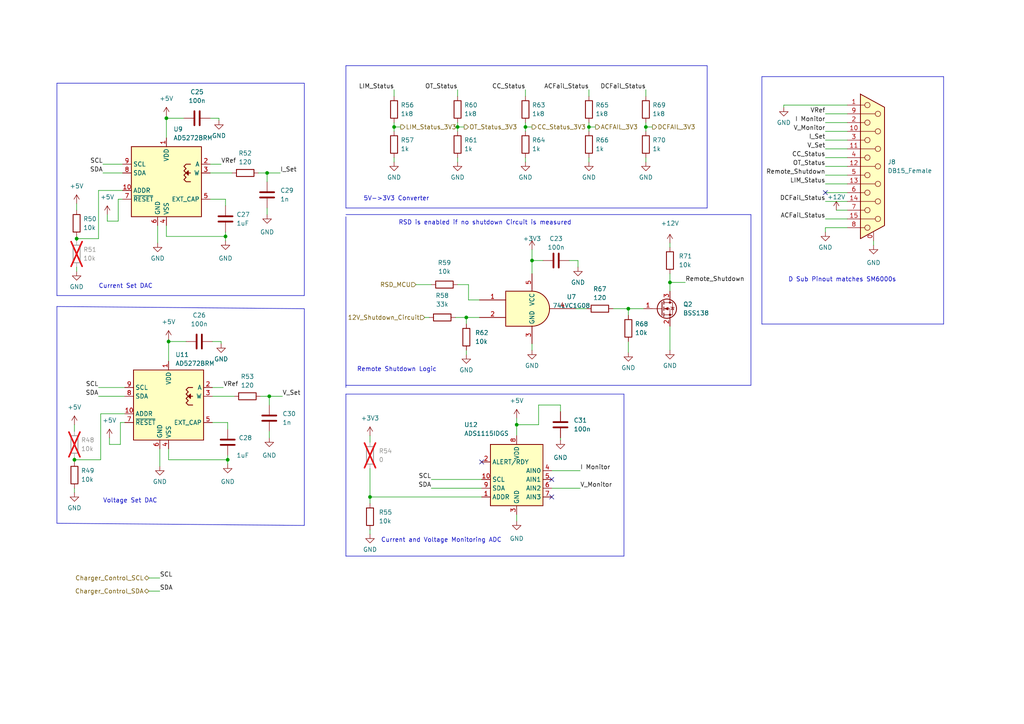
<source format=kicad_sch>
(kicad_sch (version 20230121) (generator eeschema)

  (uuid bea9accb-0d38-4b62-ac4e-fca6a37ad1c7)

  (paper "A4")

  (lib_symbols
    (symbol "74xGxx:74LVC1G08" (in_bom yes) (on_board yes)
      (property "Reference" "U" (at -5.08 7.62 0)
        (effects (font (size 1.27 1.27)))
      )
      (property "Value" "74LVC1G08" (at 7.62 -7.62 0)
        (effects (font (size 1.27 1.27)))
      )
      (property "Footprint" "" (at 0 0 0)
        (effects (font (size 1.27 1.27)) hide)
      )
      (property "Datasheet" "https://www.ti.com/lit/ds/symlink/sn74lvc1g08.pdf" (at 0 0 0)
        (effects (font (size 1.27 1.27)) hide)
      )
      (property "ki_keywords" "Single Gate AND LVC CMOS" (at 0 0 0)
        (effects (font (size 1.27 1.27)) hide)
      )
      (property "ki_description" "Single AND Gate, Low-Voltage CMOS" (at 0 0 0)
        (effects (font (size 1.27 1.27)) hide)
      )
      (property "ki_fp_filters" "SOT?23* Texas?R-PDSO-G5?DCK* Texas?R-PDSO-N5?DRL* Texas?X2SON*0.8x0.8mm*P0.48mm*" (at 0 0 0)
        (effects (font (size 1.27 1.27)) hide)
      )
      (symbol "74LVC1G08_0_1"
        (arc (start 0 -5.08) (mid 5.0579 0) (end 0 5.08)
          (stroke (width 0.254) (type default))
          (fill (type background))
        )
        (polyline
          (pts
            (xy 0 -5.08)
            (xy -7.62 -5.08)
            (xy -7.62 5.08)
            (xy 0 5.08)
          )
          (stroke (width 0.254) (type default))
          (fill (type background))
        )
      )
      (symbol "74LVC1G08_1_1"
        (pin input line (at -15.24 2.54 0) (length 7.62)
          (name "~" (effects (font (size 1.27 1.27))))
          (number "1" (effects (font (size 1.27 1.27))))
        )
        (pin input line (at -15.24 -2.54 0) (length 7.62)
          (name "~" (effects (font (size 1.27 1.27))))
          (number "2" (effects (font (size 1.27 1.27))))
        )
        (pin power_in line (at 0 -10.16 90) (length 5.08)
          (name "GND" (effects (font (size 1.27 1.27))))
          (number "3" (effects (font (size 1.27 1.27))))
        )
        (pin output line (at 12.7 0 180) (length 7.62)
          (name "~" (effects (font (size 1.27 1.27))))
          (number "4" (effects (font (size 1.27 1.27))))
        )
        (pin power_in line (at 0 10.16 270) (length 5.08)
          (name "VCC" (effects (font (size 1.27 1.27))))
          (number "5" (effects (font (size 1.27 1.27))))
        )
      )
    )
    (symbol "Analog_ADC:ADS1115IDGS" (in_bom yes) (on_board yes)
      (property "Reference" "U" (at 2.54 13.97 0)
        (effects (font (size 1.27 1.27)))
      )
      (property "Value" "ADS1115IDGS" (at 7.62 11.43 0)
        (effects (font (size 1.27 1.27)))
      )
      (property "Footprint" "Package_SO:TSSOP-10_3x3mm_P0.5mm" (at 0 -12.7 0)
        (effects (font (size 1.27 1.27)) hide)
      )
      (property "Datasheet" "http://www.ti.com/lit/ds/symlink/ads1113.pdf" (at -1.27 -22.86 0)
        (effects (font (size 1.27 1.27)) hide)
      )
      (property "ki_keywords" "16 bit 4 channel I2C ADC" (at 0 0 0)
        (effects (font (size 1.27 1.27)) hide)
      )
      (property "ki_description" "Ultra-Small, Low-Power, I2C-Compatible, 860-SPS, 16-Bit ADCs With Internal Reference, Oscillator, and Programmable Comparator, VSSOP-10" (at 0 0 0)
        (effects (font (size 1.27 1.27)) hide)
      )
      (property "ki_fp_filters" "TSSOP*3x3mm*P0.5mm*" (at 0 0 0)
        (effects (font (size 1.27 1.27)) hide)
      )
      (symbol "ADS1115IDGS_0_1"
        (rectangle (start -7.62 10.16) (end 7.62 -7.62)
          (stroke (width 0.254) (type default))
          (fill (type background))
        )
      )
      (symbol "ADS1115IDGS_1_1"
        (pin input line (at 10.16 -5.08 180) (length 2.54)
          (name "ADDR" (effects (font (size 1.27 1.27))))
          (number "1" (effects (font (size 1.27 1.27))))
        )
        (pin input line (at 10.16 0 180) (length 2.54)
          (name "SCL" (effects (font (size 1.27 1.27))))
          (number "10" (effects (font (size 1.27 1.27))))
        )
        (pin output line (at 10.16 5.08 180) (length 2.54)
          (name "ALERT/RDY" (effects (font (size 1.27 1.27))))
          (number "2" (effects (font (size 1.27 1.27))))
        )
        (pin power_in line (at 0 -10.16 90) (length 2.54)
          (name "GND" (effects (font (size 1.27 1.27))))
          (number "3" (effects (font (size 1.27 1.27))))
        )
        (pin input line (at -10.16 2.54 0) (length 2.54)
          (name "AIN0" (effects (font (size 1.27 1.27))))
          (number "4" (effects (font (size 1.27 1.27))))
        )
        (pin input line (at -10.16 0 0) (length 2.54)
          (name "AIN1" (effects (font (size 1.27 1.27))))
          (number "5" (effects (font (size 1.27 1.27))))
        )
        (pin input line (at -10.16 -2.54 0) (length 2.54)
          (name "AIN2" (effects (font (size 1.27 1.27))))
          (number "6" (effects (font (size 1.27 1.27))))
        )
        (pin input line (at -10.16 -5.08 0) (length 2.54)
          (name "AIN3" (effects (font (size 1.27 1.27))))
          (number "7" (effects (font (size 1.27 1.27))))
        )
        (pin power_in line (at 0 12.7 270) (length 2.54)
          (name "VDD" (effects (font (size 1.27 1.27))))
          (number "8" (effects (font (size 1.27 1.27))))
        )
        (pin bidirectional line (at 10.16 -2.54 180) (length 2.54)
          (name "SDA" (effects (font (size 1.27 1.27))))
          (number "9" (effects (font (size 1.27 1.27))))
        )
      )
    )
    (symbol "Connector:DB15_Female" (pin_names (offset 1.016) hide) (in_bom yes) (on_board yes)
      (property "Reference" "J8" (at 4.064 1.2701 0)
        (effects (font (size 1.27 1.27)) (justify left))
      )
      (property "Value" "DB15_Female" (at 4.064 -1.2699 0)
        (effects (font (size 1.27 1.27)) (justify left))
      )
      (property "Footprint" "Connector_Dsub:DSUB-15_Female_Horizontal_P2.77x2.84mm_EdgePinOffset9.90mm_Housed_MountingHolesOffset11.32mm" (at 0 0 0)
        (effects (font (size 1.27 1.27)) hide)
      )
      (property "Datasheet" " ~" (at 0 0 0)
        (effects (font (size 1.27 1.27)) hide)
      )
      (property "ki_keywords" "female D-SUB connector" (at 0 0 0)
        (effects (font (size 1.27 1.27)) hide)
      )
      (property "ki_description" "15-pin female D-SUB connector (low-density/2 columns)" (at 0 0 0)
        (effects (font (size 1.27 1.27)) hide)
      )
      (property "ki_fp_filters" "DSUB*Female*" (at 0 0 0)
        (effects (font (size 1.27 1.27)) hide)
      )
      (symbol "DB15_Female_0_1"
        (circle (center -1.778 -17.78) (radius 0.762)
          (stroke (width 0) (type default))
          (fill (type none))
        )
        (circle (center -1.778 -12.7) (radius 0.762)
          (stroke (width 0) (type default))
          (fill (type none))
        )
        (circle (center -1.778 -7.62) (radius 0.762)
          (stroke (width 0) (type default))
          (fill (type none))
        )
        (circle (center -1.778 -2.54) (radius 0.762)
          (stroke (width 0) (type default))
          (fill (type none))
        )
        (circle (center -1.778 2.54) (radius 0.762)
          (stroke (width 0) (type default))
          (fill (type none))
        )
        (circle (center -1.778 7.62) (radius 0.762)
          (stroke (width 0) (type default))
          (fill (type none))
        )
        (circle (center -1.778 12.7) (radius 0.762)
          (stroke (width 0) (type default))
          (fill (type none))
        )
        (circle (center -1.778 17.78) (radius 0.762)
          (stroke (width 0) (type default))
          (fill (type none))
        )
        (polyline
          (pts
            (xy -3.81 -17.78)
            (xy -2.54 -17.78)
          )
          (stroke (width 0) (type default))
          (fill (type none))
        )
        (polyline
          (pts
            (xy -3.81 -15.24)
            (xy 0.508 -15.24)
          )
          (stroke (width 0) (type default))
          (fill (type none))
        )
        (polyline
          (pts
            (xy -3.81 -12.7)
            (xy -2.54 -12.7)
          )
          (stroke (width 0) (type default))
          (fill (type none))
        )
        (polyline
          (pts
            (xy -3.81 -10.16)
            (xy 0.508 -10.16)
          )
          (stroke (width 0) (type default))
          (fill (type none))
        )
        (polyline
          (pts
            (xy -3.81 -7.62)
            (xy -2.54 -7.62)
          )
          (stroke (width 0) (type default))
          (fill (type none))
        )
        (polyline
          (pts
            (xy -3.81 -5.08)
            (xy 0.508 -5.08)
          )
          (stroke (width 0) (type default))
          (fill (type none))
        )
        (polyline
          (pts
            (xy -3.81 -2.54)
            (xy -2.54 -2.54)
          )
          (stroke (width 0) (type default))
          (fill (type none))
        )
        (polyline
          (pts
            (xy -3.81 0)
            (xy 0.508 0)
          )
          (stroke (width 0) (type default))
          (fill (type none))
        )
        (polyline
          (pts
            (xy -3.81 2.54)
            (xy -2.54 2.54)
          )
          (stroke (width 0) (type default))
          (fill (type none))
        )
        (polyline
          (pts
            (xy -3.81 5.08)
            (xy 0.508 5.08)
          )
          (stroke (width 0) (type default))
          (fill (type none))
        )
        (polyline
          (pts
            (xy -3.81 7.62)
            (xy -2.54 7.62)
          )
          (stroke (width 0) (type default))
          (fill (type none))
        )
        (polyline
          (pts
            (xy -3.81 10.16)
            (xy 0.508 10.16)
          )
          (stroke (width 0) (type default))
          (fill (type none))
        )
        (polyline
          (pts
            (xy -3.81 12.7)
            (xy -2.54 12.7)
          )
          (stroke (width 0) (type default))
          (fill (type none))
        )
        (polyline
          (pts
            (xy -3.81 15.24)
            (xy 0.508 15.24)
          )
          (stroke (width 0) (type default))
          (fill (type none))
        )
        (polyline
          (pts
            (xy -3.81 17.78)
            (xy -2.54 17.78)
          )
          (stroke (width 0) (type default))
          (fill (type none))
        )
        (polyline
          (pts
            (xy -3.81 20.955)
            (xy 3.175 17.145)
            (xy 3.175 -17.145)
            (xy -3.81 -20.955)
            (xy -3.81 20.955)
          )
          (stroke (width 0.254) (type default))
          (fill (type background))
        )
        (circle (center 1.27 -15.24) (radius 0.762)
          (stroke (width 0) (type default))
          (fill (type none))
        )
        (circle (center 1.27 -10.16) (radius 0.762)
          (stroke (width 0) (type default))
          (fill (type none))
        )
        (circle (center 1.27 -5.08) (radius 0.762)
          (stroke (width 0) (type default))
          (fill (type none))
        )
        (circle (center 1.27 0) (radius 0.762)
          (stroke (width 0) (type default))
          (fill (type none))
        )
        (circle (center 1.27 5.08) (radius 0.762)
          (stroke (width 0) (type default))
          (fill (type none))
        )
        (circle (center 1.27 10.16) (radius 0.762)
          (stroke (width 0) (type default))
          (fill (type none))
        )
        (circle (center 1.27 15.24) (radius 0.762)
          (stroke (width 0) (type default))
          (fill (type none))
        )
      )
      (symbol "DB15_Female_1_1"
        (pin passive line (at 0 -21.59 90) (length 2.54)
          (name "Shield" (effects (font (size 1.27 1.27))))
          (number "0" (effects (font (size 1.27 1.27))))
        )
        (pin passive line (at -7.62 17.78 0) (length 3.81)
          (name "1" (effects (font (size 1.27 1.27))))
          (number "1" (effects (font (size 1.27 1.27))))
        )
        (pin passive line (at -7.62 10.16 0) (length 3.81)
          (name "P10" (effects (font (size 1.27 1.27))))
          (number "10" (effects (font (size 1.27 1.27))))
        )
        (pin passive line (at -7.62 5.08 0) (length 3.81)
          (name "P111" (effects (font (size 1.27 1.27))))
          (number "11" (effects (font (size 1.27 1.27))))
        )
        (pin passive line (at -7.62 0 0) (length 3.81)
          (name "P12" (effects (font (size 1.27 1.27))))
          (number "12" (effects (font (size 1.27 1.27))))
        )
        (pin passive line (at -7.62 -5.08 0) (length 3.81)
          (name "P13" (effects (font (size 1.27 1.27))))
          (number "13" (effects (font (size 1.27 1.27))))
        )
        (pin passive line (at -7.62 -10.16 0) (length 3.81)
          (name "P14" (effects (font (size 1.27 1.27))))
          (number "14" (effects (font (size 1.27 1.27))))
        )
        (pin passive line (at -7.62 -15.24 0) (length 3.81)
          (name "P15" (effects (font (size 1.27 1.27))))
          (number "15" (effects (font (size 1.27 1.27))))
        )
        (pin passive line (at -7.62 12.7 0) (length 3.81)
          (name "2" (effects (font (size 1.27 1.27))))
          (number "2" (effects (font (size 1.27 1.27))))
        )
        (pin passive line (at -7.62 7.62 0) (length 3.81)
          (name "3" (effects (font (size 1.27 1.27))))
          (number "3" (effects (font (size 1.27 1.27))))
        )
        (pin passive line (at -7.62 2.54 0) (length 3.81)
          (name "4" (effects (font (size 1.27 1.27))))
          (number "4" (effects (font (size 1.27 1.27))))
        )
        (pin passive line (at -7.62 -2.54 0) (length 3.81)
          (name "5" (effects (font (size 1.27 1.27))))
          (number "5" (effects (font (size 1.27 1.27))))
        )
        (pin passive line (at -7.62 -7.62 0) (length 3.81)
          (name "6" (effects (font (size 1.27 1.27))))
          (number "6" (effects (font (size 1.27 1.27))))
        )
        (pin passive line (at -7.62 -12.7 0) (length 3.81)
          (name "7" (effects (font (size 1.27 1.27))))
          (number "7" (effects (font (size 1.27 1.27))))
        )
        (pin passive line (at -7.62 -17.78 0) (length 3.81)
          (name "8" (effects (font (size 1.27 1.27))))
          (number "8" (effects (font (size 1.27 1.27))))
        )
        (pin passive line (at -7.62 15.24 0) (length 3.81)
          (name "P9" (effects (font (size 1.27 1.27))))
          (number "9" (effects (font (size 1.27 1.27))))
        )
      )
    )
    (symbol "Device:C" (pin_numbers hide) (pin_names (offset 0.254)) (in_bom yes) (on_board yes)
      (property "Reference" "C" (at 0.635 2.54 0)
        (effects (font (size 1.27 1.27)) (justify left))
      )
      (property "Value" "C" (at 0.635 -2.54 0)
        (effects (font (size 1.27 1.27)) (justify left))
      )
      (property "Footprint" "" (at 0.9652 -3.81 0)
        (effects (font (size 1.27 1.27)) hide)
      )
      (property "Datasheet" "~" (at 0 0 0)
        (effects (font (size 1.27 1.27)) hide)
      )
      (property "ki_keywords" "cap capacitor" (at 0 0 0)
        (effects (font (size 1.27 1.27)) hide)
      )
      (property "ki_description" "Unpolarized capacitor" (at 0 0 0)
        (effects (font (size 1.27 1.27)) hide)
      )
      (property "ki_fp_filters" "C_*" (at 0 0 0)
        (effects (font (size 1.27 1.27)) hide)
      )
      (symbol "C_0_1"
        (polyline
          (pts
            (xy -2.032 -0.762)
            (xy 2.032 -0.762)
          )
          (stroke (width 0.508) (type default))
          (fill (type none))
        )
        (polyline
          (pts
            (xy -2.032 0.762)
            (xy 2.032 0.762)
          )
          (stroke (width 0.508) (type default))
          (fill (type none))
        )
      )
      (symbol "C_1_1"
        (pin passive line (at 0 3.81 270) (length 2.794)
          (name "~" (effects (font (size 1.27 1.27))))
          (number "1" (effects (font (size 1.27 1.27))))
        )
        (pin passive line (at 0 -3.81 90) (length 2.794)
          (name "~" (effects (font (size 1.27 1.27))))
          (number "2" (effects (font (size 1.27 1.27))))
        )
      )
    )
    (symbol "Device:R" (pin_numbers hide) (pin_names (offset 0)) (in_bom yes) (on_board yes)
      (property "Reference" "R" (at 2.032 0 90)
        (effects (font (size 1.27 1.27)))
      )
      (property "Value" "R" (at 0 0 90)
        (effects (font (size 1.27 1.27)))
      )
      (property "Footprint" "" (at -1.778 0 90)
        (effects (font (size 1.27 1.27)) hide)
      )
      (property "Datasheet" "~" (at 0 0 0)
        (effects (font (size 1.27 1.27)) hide)
      )
      (property "ki_keywords" "R res resistor" (at 0 0 0)
        (effects (font (size 1.27 1.27)) hide)
      )
      (property "ki_description" "Resistor" (at 0 0 0)
        (effects (font (size 1.27 1.27)) hide)
      )
      (property "ki_fp_filters" "R_*" (at 0 0 0)
        (effects (font (size 1.27 1.27)) hide)
      )
      (symbol "R_0_1"
        (rectangle (start -1.016 -2.54) (end 1.016 2.54)
          (stroke (width 0.254) (type default))
          (fill (type none))
        )
      )
      (symbol "R_1_1"
        (pin passive line (at 0 3.81 270) (length 1.27)
          (name "~" (effects (font (size 1.27 1.27))))
          (number "1" (effects (font (size 1.27 1.27))))
        )
        (pin passive line (at 0 -3.81 90) (length 1.27)
          (name "~" (effects (font (size 1.27 1.27))))
          (number "2" (effects (font (size 1.27 1.27))))
        )
      )
    )
    (symbol "Potentiometer_Digital:AD5272BRM" (in_bom yes) (on_board yes)
      (property "Reference" "U" (at -10.16 11.43 0)
        (effects (font (size 1.27 1.27)) (justify left))
      )
      (property "Value" "AD5272BRM" (at 2.54 11.43 0)
        (effects (font (size 1.27 1.27)) (justify left))
      )
      (property "Footprint" "Package_SO:MSOP-10_3x3mm_P0.5mm" (at 19.05 -11.43 0)
        (effects (font (size 1.27 1.27)) hide)
      )
      (property "Datasheet" "https://www.analog.com/media/en/technical-documentation/data-sheets/AD5272_5274.pdf" (at 0 0 0)
        (effects (font (size 1.27 1.27)) hide)
      )
      (property "ki_keywords" "digital potentiometer" (at 0 0 0)
        (effects (font (size 1.27 1.27)) hide)
      )
      (property "ki_description" "Digital potentiometer, 1024 position, 1% Resistor Tolerance, I2C interface, MSOP-10" (at 0 0 0)
        (effects (font (size 1.27 1.27)) hide)
      )
      (property "ki_fp_filters" "MSOP*3x3mm*P0.5mm*" (at 0 0 0)
        (effects (font (size 1.27 1.27)) hide)
      )
      (symbol "AD5272BRM_0_1"
        (rectangle (start -10.16 10.16) (end 10.16 -10.16)
          (stroke (width 0.254) (type default))
          (fill (type background))
        )
        (polyline
          (pts
            (xy 6.985 2.54)
            (xy 6.35 2.54)
            (xy 5.715 2.54)
            (xy 6.35 3.175)
            (xy 6.35 1.905)
            (xy 5.715 2.54)
          )
          (stroke (width 0.254) (type default))
          (fill (type outline))
        )
        (polyline
          (pts
            (xy 6.985 5.08)
            (xy 5.715 5.08)
            (xy 5.08 4.445)
            (xy 5.715 3.81)
            (xy 5.08 3.175)
            (xy 5.715 2.54)
            (xy 5.08 1.905)
            (xy 5.715 1.27)
            (xy 5.08 0.635)
            (xy 5.715 0)
            (xy 6.985 0)
          )
          (stroke (width 0.254) (type default))
          (fill (type none))
        )
      )
      (symbol "AD5272BRM_1_1"
        (pin power_in line (at 0 12.7 270) (length 2.54)
          (name "VDD" (effects (font (size 1.27 1.27))))
          (number "1" (effects (font (size 1.27 1.27))))
        )
        (pin passive line (at -12.7 -2.54 0) (length 2.54)
          (name "ADDR" (effects (font (size 1.27 1.27))))
          (number "10" (effects (font (size 1.27 1.27))))
        )
        (pin passive line (at 12.7 5.08 180) (length 2.54)
          (name "A" (effects (font (size 1.27 1.27))))
          (number "2" (effects (font (size 1.27 1.27))))
        )
        (pin passive line (at 12.7 2.54 180) (length 2.54)
          (name "W" (effects (font (size 1.27 1.27))))
          (number "3" (effects (font (size 1.27 1.27))))
        )
        (pin power_in line (at 0 -12.7 90) (length 2.54)
          (name "VSS" (effects (font (size 1.27 1.27))))
          (number "4" (effects (font (size 1.27 1.27))))
        )
        (pin passive line (at 12.7 -5.08 180) (length 2.54)
          (name "EXT_CAP" (effects (font (size 1.27 1.27))))
          (number "5" (effects (font (size 1.27 1.27))))
        )
        (pin power_in line (at -2.54 -12.7 90) (length 2.54)
          (name "GND" (effects (font (size 1.27 1.27))))
          (number "6" (effects (font (size 1.27 1.27))))
        )
        (pin input line (at -12.7 -5.08 0) (length 2.54)
          (name "~{RESET}" (effects (font (size 1.27 1.27))))
          (number "7" (effects (font (size 1.27 1.27))))
        )
        (pin bidirectional line (at -12.7 2.54 0) (length 2.54)
          (name "SDA" (effects (font (size 1.27 1.27))))
          (number "8" (effects (font (size 1.27 1.27))))
        )
        (pin input line (at -12.7 5.08 0) (length 2.54)
          (name "SCL" (effects (font (size 1.27 1.27))))
          (number "9" (effects (font (size 1.27 1.27))))
        )
      )
    )
    (symbol "Transistor_FET:BSS138" (pin_names hide) (in_bom yes) (on_board yes)
      (property "Reference" "Q" (at 5.08 1.905 0)
        (effects (font (size 1.27 1.27)) (justify left))
      )
      (property "Value" "BSS138" (at 5.08 0 0)
        (effects (font (size 1.27 1.27)) (justify left))
      )
      (property "Footprint" "Package_TO_SOT_SMD:SOT-23" (at 5.08 -1.905 0)
        (effects (font (size 1.27 1.27) italic) (justify left) hide)
      )
      (property "Datasheet" "https://www.onsemi.com/pub/Collateral/BSS138-D.PDF" (at 0 0 0)
        (effects (font (size 1.27 1.27)) (justify left) hide)
      )
      (property "ki_keywords" "N-Channel MOSFET" (at 0 0 0)
        (effects (font (size 1.27 1.27)) hide)
      )
      (property "ki_description" "50V Vds, 0.22A Id, N-Channel MOSFET, SOT-23" (at 0 0 0)
        (effects (font (size 1.27 1.27)) hide)
      )
      (property "ki_fp_filters" "SOT?23*" (at 0 0 0)
        (effects (font (size 1.27 1.27)) hide)
      )
      (symbol "BSS138_0_1"
        (polyline
          (pts
            (xy 0.254 0)
            (xy -2.54 0)
          )
          (stroke (width 0) (type default))
          (fill (type none))
        )
        (polyline
          (pts
            (xy 0.254 1.905)
            (xy 0.254 -1.905)
          )
          (stroke (width 0.254) (type default))
          (fill (type none))
        )
        (polyline
          (pts
            (xy 0.762 -1.27)
            (xy 0.762 -2.286)
          )
          (stroke (width 0.254) (type default))
          (fill (type none))
        )
        (polyline
          (pts
            (xy 0.762 0.508)
            (xy 0.762 -0.508)
          )
          (stroke (width 0.254) (type default))
          (fill (type none))
        )
        (polyline
          (pts
            (xy 0.762 2.286)
            (xy 0.762 1.27)
          )
          (stroke (width 0.254) (type default))
          (fill (type none))
        )
        (polyline
          (pts
            (xy 2.54 2.54)
            (xy 2.54 1.778)
          )
          (stroke (width 0) (type default))
          (fill (type none))
        )
        (polyline
          (pts
            (xy 2.54 -2.54)
            (xy 2.54 0)
            (xy 0.762 0)
          )
          (stroke (width 0) (type default))
          (fill (type none))
        )
        (polyline
          (pts
            (xy 0.762 -1.778)
            (xy 3.302 -1.778)
            (xy 3.302 1.778)
            (xy 0.762 1.778)
          )
          (stroke (width 0) (type default))
          (fill (type none))
        )
        (polyline
          (pts
            (xy 1.016 0)
            (xy 2.032 0.381)
            (xy 2.032 -0.381)
            (xy 1.016 0)
          )
          (stroke (width 0) (type default))
          (fill (type outline))
        )
        (polyline
          (pts
            (xy 2.794 0.508)
            (xy 2.921 0.381)
            (xy 3.683 0.381)
            (xy 3.81 0.254)
          )
          (stroke (width 0) (type default))
          (fill (type none))
        )
        (polyline
          (pts
            (xy 3.302 0.381)
            (xy 2.921 -0.254)
            (xy 3.683 -0.254)
            (xy 3.302 0.381)
          )
          (stroke (width 0) (type default))
          (fill (type none))
        )
        (circle (center 1.651 0) (radius 2.794)
          (stroke (width 0.254) (type default))
          (fill (type none))
        )
        (circle (center 2.54 -1.778) (radius 0.254)
          (stroke (width 0) (type default))
          (fill (type outline))
        )
        (circle (center 2.54 1.778) (radius 0.254)
          (stroke (width 0) (type default))
          (fill (type outline))
        )
      )
      (symbol "BSS138_1_1"
        (pin input line (at -5.08 0 0) (length 2.54)
          (name "G" (effects (font (size 1.27 1.27))))
          (number "1" (effects (font (size 1.27 1.27))))
        )
        (pin passive line (at 2.54 -5.08 90) (length 2.54)
          (name "S" (effects (font (size 1.27 1.27))))
          (number "2" (effects (font (size 1.27 1.27))))
        )
        (pin passive line (at 2.54 5.08 270) (length 2.54)
          (name "D" (effects (font (size 1.27 1.27))))
          (number "3" (effects (font (size 1.27 1.27))))
        )
      )
    )
    (symbol "power:+12V" (power) (pin_names (offset 0)) (in_bom yes) (on_board yes)
      (property "Reference" "#PWR" (at 0 -3.81 0)
        (effects (font (size 1.27 1.27)) hide)
      )
      (property "Value" "+12V" (at 0 3.556 0)
        (effects (font (size 1.27 1.27)))
      )
      (property "Footprint" "" (at 0 0 0)
        (effects (font (size 1.27 1.27)) hide)
      )
      (property "Datasheet" "" (at 0 0 0)
        (effects (font (size 1.27 1.27)) hide)
      )
      (property "ki_keywords" "global power" (at 0 0 0)
        (effects (font (size 1.27 1.27)) hide)
      )
      (property "ki_description" "Power symbol creates a global label with name \"+12V\"" (at 0 0 0)
        (effects (font (size 1.27 1.27)) hide)
      )
      (symbol "+12V_0_1"
        (polyline
          (pts
            (xy -0.762 1.27)
            (xy 0 2.54)
          )
          (stroke (width 0) (type default))
          (fill (type none))
        )
        (polyline
          (pts
            (xy 0 0)
            (xy 0 2.54)
          )
          (stroke (width 0) (type default))
          (fill (type none))
        )
        (polyline
          (pts
            (xy 0 2.54)
            (xy 0.762 1.27)
          )
          (stroke (width 0) (type default))
          (fill (type none))
        )
      )
      (symbol "+12V_1_1"
        (pin power_in line (at 0 0 90) (length 0) hide
          (name "+12V" (effects (font (size 1.27 1.27))))
          (number "1" (effects (font (size 1.27 1.27))))
        )
      )
    )
    (symbol "power:+3V3" (power) (pin_names (offset 0)) (in_bom yes) (on_board yes)
      (property "Reference" "#PWR" (at 0 -3.81 0)
        (effects (font (size 1.27 1.27)) hide)
      )
      (property "Value" "+3V3" (at 0 3.556 0)
        (effects (font (size 1.27 1.27)))
      )
      (property "Footprint" "" (at 0 0 0)
        (effects (font (size 1.27 1.27)) hide)
      )
      (property "Datasheet" "" (at 0 0 0)
        (effects (font (size 1.27 1.27)) hide)
      )
      (property "ki_keywords" "global power" (at 0 0 0)
        (effects (font (size 1.27 1.27)) hide)
      )
      (property "ki_description" "Power symbol creates a global label with name \"+3V3\"" (at 0 0 0)
        (effects (font (size 1.27 1.27)) hide)
      )
      (symbol "+3V3_0_1"
        (polyline
          (pts
            (xy -0.762 1.27)
            (xy 0 2.54)
          )
          (stroke (width 0) (type default))
          (fill (type none))
        )
        (polyline
          (pts
            (xy 0 0)
            (xy 0 2.54)
          )
          (stroke (width 0) (type default))
          (fill (type none))
        )
        (polyline
          (pts
            (xy 0 2.54)
            (xy 0.762 1.27)
          )
          (stroke (width 0) (type default))
          (fill (type none))
        )
      )
      (symbol "+3V3_1_1"
        (pin power_in line (at 0 0 90) (length 0) hide
          (name "+3V3" (effects (font (size 1.27 1.27))))
          (number "1" (effects (font (size 1.27 1.27))))
        )
      )
    )
    (symbol "power:+5V" (power) (pin_names (offset 0)) (in_bom yes) (on_board yes)
      (property "Reference" "#PWR" (at 0 -3.81 0)
        (effects (font (size 1.27 1.27)) hide)
      )
      (property "Value" "+5V" (at 0 3.556 0)
        (effects (font (size 1.27 1.27)))
      )
      (property "Footprint" "" (at 0 0 0)
        (effects (font (size 1.27 1.27)) hide)
      )
      (property "Datasheet" "" (at 0 0 0)
        (effects (font (size 1.27 1.27)) hide)
      )
      (property "ki_keywords" "global power" (at 0 0 0)
        (effects (font (size 1.27 1.27)) hide)
      )
      (property "ki_description" "Power symbol creates a global label with name \"+5V\"" (at 0 0 0)
        (effects (font (size 1.27 1.27)) hide)
      )
      (symbol "+5V_0_1"
        (polyline
          (pts
            (xy -0.762 1.27)
            (xy 0 2.54)
          )
          (stroke (width 0) (type default))
          (fill (type none))
        )
        (polyline
          (pts
            (xy 0 0)
            (xy 0 2.54)
          )
          (stroke (width 0) (type default))
          (fill (type none))
        )
        (polyline
          (pts
            (xy 0 2.54)
            (xy 0.762 1.27)
          )
          (stroke (width 0) (type default))
          (fill (type none))
        )
      )
      (symbol "+5V_1_1"
        (pin power_in line (at 0 0 90) (length 0) hide
          (name "+5V" (effects (font (size 1.27 1.27))))
          (number "1" (effects (font (size 1.27 1.27))))
        )
      )
    )
    (symbol "power:GND" (power) (pin_names (offset 0)) (in_bom yes) (on_board yes)
      (property "Reference" "#PWR" (at 0 -6.35 0)
        (effects (font (size 1.27 1.27)) hide)
      )
      (property "Value" "GND" (at 0 -3.81 0)
        (effects (font (size 1.27 1.27)))
      )
      (property "Footprint" "" (at 0 0 0)
        (effects (font (size 1.27 1.27)) hide)
      )
      (property "Datasheet" "" (at 0 0 0)
        (effects (font (size 1.27 1.27)) hide)
      )
      (property "ki_keywords" "global power" (at 0 0 0)
        (effects (font (size 1.27 1.27)) hide)
      )
      (property "ki_description" "Power symbol creates a global label with name \"GND\" , ground" (at 0 0 0)
        (effects (font (size 1.27 1.27)) hide)
      )
      (symbol "GND_0_1"
        (polyline
          (pts
            (xy 0 0)
            (xy 0 -1.27)
            (xy 1.27 -1.27)
            (xy 0 -2.54)
            (xy -1.27 -1.27)
            (xy 0 -1.27)
          )
          (stroke (width 0) (type default))
          (fill (type none))
        )
      )
      (symbol "GND_1_1"
        (pin power_in line (at 0 0 270) (length 0) hide
          (name "GND" (effects (font (size 1.27 1.27))))
          (number "1" (effects (font (size 1.27 1.27))))
        )
      )
    )
  )


  (junction (at 22.225 69.215) (diameter 0) (color 0 0 0 0)
    (uuid 0687adde-26ff-4cf0-aed7-c6343043b33a)
  )
  (junction (at 182.245 89.535) (diameter 0) (color 0 0 0 0)
    (uuid 06ab3080-ead1-405d-8478-570f89e01714)
  )
  (junction (at 152.4 36.83) (diameter 0) (color 0 0 0 0)
    (uuid 3d06e7e6-38a3-416f-a13d-56067d9407a3)
  )
  (junction (at 114.3 36.83) (diameter 0) (color 0 0 0 0)
    (uuid 6290b2ed-bc20-4a2b-a735-5725faf87e6b)
  )
  (junction (at 48.895 99.06) (diameter 0) (color 0 0 0 0)
    (uuid 671de7b2-5888-428d-91b7-46526dd6d8ef)
  )
  (junction (at 78.105 114.935) (diameter 0) (color 0 0 0 0)
    (uuid 7705d59f-ce46-4db3-83f3-a603ed858040)
  )
  (junction (at 194.31 81.915) (diameter 0) (color 0 0 0 0)
    (uuid 7ff9ba60-8210-4de3-a719-42fa33825999)
  )
  (junction (at 107.315 144.145) (diameter 0) (color 0 0 0 0)
    (uuid 8bf607e9-5bc3-497d-a847-82e97cc19845)
  )
  (junction (at 135.255 92.075) (diameter 0) (color 0 0 0 0)
    (uuid 8d6d3e2c-fd26-4ab8-a240-116c5f8a7888)
  )
  (junction (at 132.715 36.83) (diameter 0) (color 0 0 0 0)
    (uuid 91bf6d34-9c57-4c33-9ad7-1823f01a3191)
  )
  (junction (at 65.405 68.58) (diameter 0) (color 0 0 0 0)
    (uuid 9c807c08-dfd9-4896-8b28-22732ec49d2f)
  )
  (junction (at 149.86 123.19) (diameter 0) (color 0 0 0 0)
    (uuid 9f6e051c-1197-47d6-bd0f-4d61ebf6e2a3)
  )
  (junction (at 154.305 75.565) (diameter 0) (color 0 0 0 0)
    (uuid a8e1f63c-0b96-4366-b7d9-7218ad244ea1)
  )
  (junction (at 170.815 36.83) (diameter 0) (color 0 0 0 0)
    (uuid b53bdfe2-a829-4adc-a4d2-d32320ab0686)
  )
  (junction (at 21.59 133.35) (diameter 0) (color 0 0 0 0)
    (uuid d2e5eeaf-fd6a-474a-a91f-36d5e4340de8)
  )
  (junction (at 77.47 50.165) (diameter 0) (color 0 0 0 0)
    (uuid d4b4406e-148a-4d8e-b8a1-409f1771c36a)
  )
  (junction (at 66.04 133.35) (diameter 0) (color 0 0 0 0)
    (uuid db69481a-db8d-421d-8aab-f23da8ba7622)
  )
  (junction (at 187.325 36.83) (diameter 0) (color 0 0 0 0)
    (uuid ebd46efa-5896-4500-b99f-b5cb8d792321)
  )
  (junction (at 48.26 34.29) (diameter 0) (color 0 0 0 0)
    (uuid f61e8590-41a6-436a-ac4c-f3b1c0507938)
  )

  (no_connect (at 239.395 55.88) (uuid 02ee2f5d-a6fa-46e8-ad04-14248cf31132))
  (no_connect (at 139.7 133.985) (uuid 66dae46c-43a7-40d4-9b89-baa74fa34367))
  (no_connect (at 160.02 144.145) (uuid 9d48dc63-47fb-46d4-85ff-484b452de339))
  (no_connect (at 160.02 139.065) (uuid fbe158e5-2ef6-4daf-a2ed-9ee972e2f0df))

  (wire (pts (xy 66.04 132.08) (xy 66.04 133.35))
    (stroke (width 0) (type default))
    (uuid 02ab35d0-b431-44d0-a66b-cfb9081c6b91)
  )
  (wire (pts (xy 132.715 36.83) (xy 132.715 38.1))
    (stroke (width 0) (type default))
    (uuid 03127014-adb5-47d1-9ab5-5ada0b771eb7)
  )
  (polyline (pts (xy 16.51 24.13) (xy 88.265 24.13))
    (stroke (width 0) (type default))
    (uuid 0587efb9-4b72-450f-a6f8-e25ba0ce3569)
  )

  (wire (pts (xy 28.575 112.395) (xy 36.195 112.395))
    (stroke (width 0) (type default))
    (uuid 05f96d3c-c6a7-459f-a187-f9172f56db0c)
  )
  (wire (pts (xy 156.21 117.475) (xy 162.56 117.475))
    (stroke (width 0) (type default))
    (uuid 062f3493-750a-4e61-9cee-461dbb8ab3ed)
  )
  (wire (pts (xy 239.395 45.72) (xy 245.745 45.72))
    (stroke (width 0) (type default))
    (uuid 0953977a-660f-44b6-8a6f-32e9028596bc)
  )
  (wire (pts (xy 187.325 36.83) (xy 187.325 38.1))
    (stroke (width 0) (type default))
    (uuid 098c8f83-2b8d-40a1-bb41-a130e0c6ad65)
  )
  (wire (pts (xy 132.715 45.72) (xy 132.715 46.99))
    (stroke (width 0) (type default))
    (uuid 0b94ba28-5bec-4ef3-aab7-4bbbb35b5c3d)
  )
  (wire (pts (xy 63.5 34.29) (xy 60.96 34.29))
    (stroke (width 0) (type default))
    (uuid 0c9d824f-b46f-4423-aa7f-27b2dc5662d3)
  )
  (wire (pts (xy 48.26 34.29) (xy 53.34 34.29))
    (stroke (width 0) (type default))
    (uuid 0d245b71-e79d-4a91-b4fa-102ff103c527)
  )
  (wire (pts (xy 65.405 68.58) (xy 48.26 68.58))
    (stroke (width 0) (type default))
    (uuid 10218bbe-e5cf-453f-b13c-c2a28c1fbc19)
  )
  (wire (pts (xy 21.59 133.35) (xy 29.21 133.35))
    (stroke (width 0) (type default))
    (uuid 107f32d0-997f-41cf-b0d1-f9dcc3b563ac)
  )
  (polyline (pts (xy 273.685 93.98) (xy 273.685 22.225))
    (stroke (width 0) (type default))
    (uuid 11e0f06a-7597-4384-8f57-89cae5157d93)
  )

  (wire (pts (xy 135.255 92.075) (xy 139.065 92.075))
    (stroke (width 0) (type default))
    (uuid 123c24a0-ca70-48a9-8e53-158d08938f5d)
  )
  (wire (pts (xy 64.135 99.695) (xy 64.135 99.06))
    (stroke (width 0) (type default))
    (uuid 147c05ae-41ec-4b6a-baf3-3487c7bfd9b9)
  )
  (wire (pts (xy 170.815 45.72) (xy 170.815 46.99))
    (stroke (width 0) (type default))
    (uuid 14cc3771-8d04-4ece-8773-92cfd1451bbd)
  )
  (wire (pts (xy 149.86 149.225) (xy 149.86 151.13))
    (stroke (width 0) (type default))
    (uuid 150c464e-a81e-490c-a927-c59f2c2b63b3)
  )
  (wire (pts (xy 154.305 72.39) (xy 154.305 75.565))
    (stroke (width 0) (type default))
    (uuid 15ee7fd3-64e3-4b08-a2da-f9e392a6e95b)
  )
  (wire (pts (xy 21.59 133.35) (xy 21.59 133.985))
    (stroke (width 0) (type default))
    (uuid 173f9e7f-684a-42dd-9988-688430bdb296)
  )
  (wire (pts (xy 170.815 26.035) (xy 170.815 27.94))
    (stroke (width 0) (type default))
    (uuid 1fd9790a-5e5b-4f5e-8357-4f31651dbddd)
  )
  (wire (pts (xy 28.575 55.245) (xy 28.575 69.215))
    (stroke (width 0) (type default))
    (uuid 23374d92-8a4d-468b-9947-adcdd8ce495d)
  )
  (wire (pts (xy 31.75 128.905) (xy 34.925 128.905))
    (stroke (width 0) (type default))
    (uuid 24fc2ec6-9ce9-43dc-9d66-9f94e4b63d5e)
  )
  (wire (pts (xy 239.395 35.56) (xy 245.745 35.56))
    (stroke (width 0) (type default))
    (uuid 26876a32-8807-4cfb-b77d-1e29e6d8b522)
  )
  (wire (pts (xy 162.56 127) (xy 162.56 127.635))
    (stroke (width 0) (type default))
    (uuid 26c76cfe-d281-468c-afef-6aee42f08278)
  )
  (wire (pts (xy 239.395 33.02) (xy 245.745 33.02))
    (stroke (width 0) (type default))
    (uuid 27bfdb5a-d4d9-4caf-821e-0fed526dbe2a)
  )
  (wire (pts (xy 194.31 81.915) (xy 194.31 84.455))
    (stroke (width 0) (type default))
    (uuid 27c4da27-080b-4a12-b7c7-e75d413d0475)
  )
  (wire (pts (xy 239.395 58.42) (xy 245.745 58.42))
    (stroke (width 0) (type default))
    (uuid 29af84ea-0df1-4e8a-9c17-88f4aa9a61c0)
  )
  (wire (pts (xy 107.315 144.145) (xy 139.7 144.145))
    (stroke (width 0) (type default))
    (uuid 2ba2a675-8a87-42c6-892e-de7f914af185)
  )
  (wire (pts (xy 78.105 114.935) (xy 81.915 114.935))
    (stroke (width 0) (type default))
    (uuid 2e0687c8-9491-4fa2-8b9c-513966cfe9cd)
  )
  (wire (pts (xy 45.72 65.405) (xy 45.72 70.485))
    (stroke (width 0) (type default))
    (uuid 2e5b47bc-926e-40db-9844-f11ae3b7d639)
  )
  (wire (pts (xy 78.105 114.935) (xy 78.105 117.475))
    (stroke (width 0) (type default))
    (uuid 2eaac741-5e17-4f56-992c-e365e5cc63b4)
  )
  (wire (pts (xy 60.96 57.785) (xy 65.405 57.785))
    (stroke (width 0) (type default))
    (uuid 30140019-dede-42fd-8e35-5a304ffc83e0)
  )
  (wire (pts (xy 63.5 34.925) (xy 63.5 34.29))
    (stroke (width 0) (type default))
    (uuid 30b0d063-126a-4eed-ba47-4b83bffb5480)
  )
  (polyline (pts (xy 180.975 161.29) (xy 100.33 161.29))
    (stroke (width 0) (type default))
    (uuid 312c5bf3-f379-4efe-8e22-3a371b6375e0)
  )
  (polyline (pts (xy 220.98 22.225) (xy 273.685 22.225))
    (stroke (width 0) (type default))
    (uuid 34d0d5b5-2222-4d7c-b01b-790b6e1c93ac)
  )

  (wire (pts (xy 48.26 34.29) (xy 48.26 40.005))
    (stroke (width 0) (type default))
    (uuid 38e2fa59-b941-49e2-b41e-7634dff36eec)
  )
  (wire (pts (xy 132.08 92.075) (xy 135.255 92.075))
    (stroke (width 0) (type default))
    (uuid 3a4752b5-81fe-4f3d-81ff-5bec3ee09ccc)
  )
  (wire (pts (xy 114.3 45.72) (xy 114.3 46.99))
    (stroke (width 0) (type default))
    (uuid 3f3de678-126f-48f3-83bd-3e97741caa7c)
  )
  (polyline (pts (xy 217.805 111.76) (xy 100.33 111.76))
    (stroke (width 0) (type default))
    (uuid 40b3b4d7-ace0-45f3-a574-ca84379a4fbd)
  )
  (polyline (pts (xy 88.265 152.4) (xy 16.51 151.765))
    (stroke (width 0) (type default))
    (uuid 413e4b49-7ec6-4c74-baca-7c86bfec53db)
  )
  (polyline (pts (xy 220.98 22.225) (xy 220.98 93.98))
    (stroke (width 0) (type default))
    (uuid 441c4051-7729-4c6b-b365-e314899e280d)
  )

  (wire (pts (xy 227.33 31.115) (xy 227.33 30.48))
    (stroke (width 0) (type default))
    (uuid 44d41392-acfe-42d7-8b98-2a3bd56edef4)
  )
  (wire (pts (xy 187.325 35.56) (xy 187.325 36.83))
    (stroke (width 0) (type default))
    (uuid 4515bad2-291b-40f5-a915-9d187a981d64)
  )
  (wire (pts (xy 22.225 69.215) (xy 22.225 69.85))
    (stroke (width 0) (type default))
    (uuid 45eb5ded-d53f-4015-bd2d-09540ed37a62)
  )
  (wire (pts (xy 125.095 139.065) (xy 139.7 139.065))
    (stroke (width 0) (type default))
    (uuid 46d47b1b-773c-443d-acf0-f4c71faf78fc)
  )
  (polyline (pts (xy 16.51 151.765) (xy 16.51 88.9))
    (stroke (width 0) (type default))
    (uuid 478e1d5f-3361-4094-b60f-abe6a720cf4e)
  )

  (wire (pts (xy 29.845 47.625) (xy 35.56 47.625))
    (stroke (width 0) (type default))
    (uuid 4944b4eb-972a-417c-9db3-891137d13150)
  )
  (wire (pts (xy 187.325 26.035) (xy 187.325 27.94))
    (stroke (width 0) (type default))
    (uuid 4bc87a38-c739-470d-9451-9d45503d7acf)
  )
  (wire (pts (xy 239.395 40.64) (xy 245.745 40.64))
    (stroke (width 0) (type default))
    (uuid 4c05367a-a32d-485a-8a68-33fce1124b1a)
  )
  (wire (pts (xy 239.395 67.31) (xy 239.395 66.04))
    (stroke (width 0) (type default))
    (uuid 4f2d1a00-8e9d-4c55-a897-f5547fe61cf9)
  )
  (wire (pts (xy 156.21 123.19) (xy 156.21 117.475))
    (stroke (width 0) (type default))
    (uuid 4fcb3ae9-0a60-45b3-bf46-25ca4ee823e5)
  )
  (wire (pts (xy 34.29 64.135) (xy 34.29 57.785))
    (stroke (width 0) (type default))
    (uuid 54db99a4-3fde-4a91-9fad-4f08097f60e6)
  )
  (polyline (pts (xy 220.98 93.98) (xy 273.685 93.98))
    (stroke (width 0) (type default))
    (uuid 554d0d1c-ff1b-4bca-8752-65b211346d97)
  )

  (wire (pts (xy 242.57 60.96) (xy 245.745 60.96))
    (stroke (width 0) (type default))
    (uuid 55b30fe6-a441-47b1-9d65-142f3fea7099)
  )
  (wire (pts (xy 48.895 99.06) (xy 53.975 99.06))
    (stroke (width 0) (type default))
    (uuid 56c985a9-b0fd-434f-a9c7-7d13a81e053a)
  )
  (wire (pts (xy 35.56 55.245) (xy 28.575 55.245))
    (stroke (width 0) (type default))
    (uuid 58151924-39c4-440a-9a53-b81cce03a579)
  )
  (wire (pts (xy 135.255 101.6) (xy 135.255 102.87))
    (stroke (width 0) (type default))
    (uuid 5b5bb662-aac7-42fe-9c27-aa68ef3065bc)
  )
  (wire (pts (xy 114.3 26.035) (xy 114.3 27.94))
    (stroke (width 0) (type default))
    (uuid 5c753857-fcbc-4b6c-8cb2-beebeb90e969)
  )
  (wire (pts (xy 152.4 26.035) (xy 152.4 27.94))
    (stroke (width 0) (type default))
    (uuid 5d8ba9d6-3afa-48e3-8fab-8118819648af)
  )
  (wire (pts (xy 114.3 36.83) (xy 116.205 36.83))
    (stroke (width 0) (type default))
    (uuid 5f4d23c6-1258-4502-a972-f898c456587f)
  )
  (polyline (pts (xy 16.51 85.725) (xy 88.265 85.725))
    (stroke (width 0) (type default))
    (uuid 63741810-090b-43c3-8faf-96f0261ae910)
  )

  (wire (pts (xy 48.895 133.35) (xy 48.895 130.175))
    (stroke (width 0) (type default))
    (uuid 640cbd62-7dd3-470c-8976-320b902d74dd)
  )
  (wire (pts (xy 167.64 75.565) (xy 165.1 75.565))
    (stroke (width 0) (type default))
    (uuid 64499bca-d36c-496f-8990-b430a6270b87)
  )
  (polyline (pts (xy 100.33 112.395) (xy 100.33 62.865))
    (stroke (width 0) (type default))
    (uuid 66bf5db8-0d2c-4a41-a2b8-f7e4b1a0afc3)
  )

  (wire (pts (xy 177.8 89.535) (xy 182.245 89.535))
    (stroke (width 0) (type default))
    (uuid 67b26212-f25e-465a-9d17-0318d61c42da)
  )
  (polyline (pts (xy 88.265 89.535) (xy 88.265 152.4))
    (stroke (width 0) (type default))
    (uuid 68267be1-57ec-434e-8000-006be64b28e5)
  )

  (wire (pts (xy 22.225 59.055) (xy 22.225 60.96))
    (stroke (width 0) (type default))
    (uuid 6d388e9c-839b-49bf-8981-8e5c568eb240)
  )
  (wire (pts (xy 46.355 130.175) (xy 46.355 135.255))
    (stroke (width 0) (type default))
    (uuid 6d4883a3-43f6-4b53-8c82-b6d633e794c1)
  )
  (wire (pts (xy 125.095 141.605) (xy 139.7 141.605))
    (stroke (width 0) (type default))
    (uuid 712004ca-eafb-4f1b-bbba-b58f31f4ede3)
  )
  (wire (pts (xy 21.59 123.19) (xy 21.59 125.095))
    (stroke (width 0) (type default))
    (uuid 766ddc19-af5a-4e09-a63d-aa90e0de5dee)
  )
  (wire (pts (xy 152.4 36.83) (xy 154.305 36.83))
    (stroke (width 0) (type default))
    (uuid 767d13df-5e37-488b-b6e5-02557d9d395c)
  )
  (wire (pts (xy 77.47 50.165) (xy 77.47 52.705))
    (stroke (width 0) (type default))
    (uuid 77021a00-6775-4c30-8038-f7b5501b3035)
  )
  (wire (pts (xy 253.365 69.85) (xy 253.365 71.12))
    (stroke (width 0) (type default))
    (uuid 7923efa7-492c-4790-80d0-209039fa99bf)
  )
  (wire (pts (xy 77.47 60.325) (xy 77.47 62.23))
    (stroke (width 0) (type default))
    (uuid 79932f8f-f3c6-421b-8dd8-9bcb5cc0338f)
  )
  (wire (pts (xy 66.04 133.35) (xy 66.04 134.62))
    (stroke (width 0) (type default))
    (uuid 7a853ac3-05dc-426c-b339-3fd8fe77ab83)
  )
  (wire (pts (xy 114.3 35.56) (xy 114.3 36.83))
    (stroke (width 0) (type default))
    (uuid 7a8842ff-6462-4715-9204-8ff51c338924)
  )
  (polyline (pts (xy 100.33 114.3) (xy 180.975 114.3))
    (stroke (width 0) (type default))
    (uuid 7b6c5520-72aa-4962-8d6a-6036b305eece)
  )

  (wire (pts (xy 239.395 43.18) (xy 245.745 43.18))
    (stroke (width 0) (type default))
    (uuid 7d1eb56d-f0c3-47ad-a047-c3b152757acf)
  )
  (wire (pts (xy 182.245 89.535) (xy 186.69 89.535))
    (stroke (width 0) (type default))
    (uuid 7d214b74-03b9-4774-9708-d292b207cc67)
  )
  (wire (pts (xy 114.3 36.83) (xy 114.3 38.1))
    (stroke (width 0) (type default))
    (uuid 7fe9de19-9c81-40a2-a5bf-845f55fe22c0)
  )
  (wire (pts (xy 48.26 68.58) (xy 48.26 65.405))
    (stroke (width 0) (type default))
    (uuid 823613bd-0e32-4747-a854-6e970e70e00f)
  )
  (polyline (pts (xy 16.51 88.9) (xy 88.265 89.535))
    (stroke (width 0) (type default))
    (uuid 82621598-eb47-4b0d-b21e-6fc91b925460)
  )
  (polyline (pts (xy 100.33 62.23) (xy 217.805 62.23))
    (stroke (width 0) (type default))
    (uuid 83151023-5106-4495-aeff-aefc75dfd6c0)
  )

  (wire (pts (xy 78.105 125.095) (xy 78.105 127))
    (stroke (width 0) (type default))
    (uuid 83cca67b-cd5f-4833-8490-5174534c6b7f)
  )
  (wire (pts (xy 48.26 33.655) (xy 48.26 34.29))
    (stroke (width 0) (type default))
    (uuid 8467fc79-0915-4d3b-a95c-b8c3b720127f)
  )
  (wire (pts (xy 227.33 30.48) (xy 245.745 30.48))
    (stroke (width 0) (type default))
    (uuid 8a7c6555-7cb9-41c2-91f0-a74568b7b0cd)
  )
  (polyline (pts (xy 100.33 161.29) (xy 100.33 114.3))
    (stroke (width 0) (type default))
    (uuid 8be67e86-6e0e-4af0-acd8-cb18919f69fe)
  )

  (wire (pts (xy 60.96 50.165) (xy 67.31 50.165))
    (stroke (width 0) (type default))
    (uuid 8c169b9c-391c-4b5c-b199-39eb22db3f44)
  )
  (wire (pts (xy 239.395 53.34) (xy 245.745 53.34))
    (stroke (width 0) (type default))
    (uuid 8c32ce4e-83f1-41c0-8aaa-f5d3dd435f74)
  )
  (wire (pts (xy 132.715 36.83) (xy 134.62 36.83))
    (stroke (width 0) (type default))
    (uuid 8c611cf0-320b-4241-91ac-a35759bdc696)
  )
  (wire (pts (xy 154.305 99.695) (xy 154.305 101.6))
    (stroke (width 0) (type default))
    (uuid 8f311b6d-d17a-483c-9d57-8d17f798daa0)
  )
  (wire (pts (xy 61.595 112.395) (xy 64.77 112.395))
    (stroke (width 0) (type default))
    (uuid 8f886333-f30e-46a2-a0ab-a5d145672c20)
  )
  (wire (pts (xy 187.325 45.72) (xy 187.325 46.99))
    (stroke (width 0) (type default))
    (uuid 91c7a936-e610-4dfc-8839-9939e0341a3f)
  )
  (wire (pts (xy 34.925 122.555) (xy 36.195 122.555))
    (stroke (width 0) (type default))
    (uuid 94754b68-a98d-42f4-a514-73ebbe085bd7)
  )
  (wire (pts (xy 194.31 81.915) (xy 198.755 81.915))
    (stroke (width 0) (type default))
    (uuid 95888991-66ef-4bb3-b72f-82319735296d)
  )
  (wire (pts (xy 65.405 67.31) (xy 65.405 68.58))
    (stroke (width 0) (type default))
    (uuid 95c964bf-7353-4927-b4b8-95143242a707)
  )
  (wire (pts (xy 107.315 144.145) (xy 107.315 146.05))
    (stroke (width 0) (type default))
    (uuid 996f98a7-a0e4-44d0-8b1c-d5f3080cee24)
  )
  (polyline (pts (xy 205.105 60.325) (xy 205.105 19.05))
    (stroke (width 0) (type default))
    (uuid 99cc7708-ea73-4d45-b9c0-127e10ae8f69)
  )

  (wire (pts (xy 43.18 171.45) (xy 46.355 171.45))
    (stroke (width 0) (type default))
    (uuid 9d61f48e-5467-49d5-953d-2b0ac4e9cbfd)
  )
  (wire (pts (xy 75.565 114.935) (xy 78.105 114.935))
    (stroke (width 0) (type default))
    (uuid a00cd317-f63b-4cdd-bd5a-86b49d63c765)
  )
  (wire (pts (xy 170.815 36.83) (xy 170.815 38.1))
    (stroke (width 0) (type default))
    (uuid a00eaf83-142f-4370-9fa4-5c7e5d6e98d6)
  )
  (wire (pts (xy 107.315 126.365) (xy 107.315 128.27))
    (stroke (width 0) (type default))
    (uuid a1f29fea-f79b-4250-8bf1-f1beb85b1c61)
  )
  (wire (pts (xy 29.21 120.015) (xy 29.21 133.35))
    (stroke (width 0) (type default))
    (uuid a23b9ec5-dfdd-40fe-a09a-0059e503619c)
  )
  (wire (pts (xy 194.31 94.615) (xy 194.31 101.6))
    (stroke (width 0) (type default))
    (uuid a2a69cfd-9c90-4912-8514-6b3b5b3e361e)
  )
  (wire (pts (xy 167.005 89.535) (xy 170.18 89.535))
    (stroke (width 0) (type default))
    (uuid a3892bed-2422-46c3-a2f7-c55c7ea6ac93)
  )
  (wire (pts (xy 31.115 64.135) (xy 34.29 64.135))
    (stroke (width 0) (type default))
    (uuid a59bfd43-9d54-4594-8218-fb058a9a4cf4)
  )
  (polyline (pts (xy 100.33 19.05) (xy 205.105 19.05))
    (stroke (width 0) (type default))
    (uuid a5ea7530-e258-4c85-8803-b901cc4d59fc)
  )

  (wire (pts (xy 152.4 45.72) (xy 152.4 46.99))
    (stroke (width 0) (type default))
    (uuid a5f7f22c-2297-4499-8968-d6d852de406e)
  )
  (polyline (pts (xy 217.805 62.23) (xy 217.805 111.76))
    (stroke (width 0) (type default))
    (uuid a6328900-8d71-4b09-96af-fc787c7f0cc8)
  )

  (wire (pts (xy 170.815 35.56) (xy 170.815 36.83))
    (stroke (width 0) (type default))
    (uuid a63c40ac-2029-4268-bc91-5b9db4dd799a)
  )
  (wire (pts (xy 120.65 82.55) (xy 125.095 82.55))
    (stroke (width 0) (type default))
    (uuid a6c2d17b-77ab-4b23-acd0-b85ceca88b32)
  )
  (wire (pts (xy 31.115 62.23) (xy 31.115 64.135))
    (stroke (width 0) (type default))
    (uuid a7c79174-be19-48ff-85f1-95114c8c3303)
  )
  (wire (pts (xy 194.31 70.485) (xy 194.31 71.755))
    (stroke (width 0) (type default))
    (uuid a8be33ce-0e97-4b06-a83d-3d41a1fea3ed)
  )
  (wire (pts (xy 64.135 99.06) (xy 61.595 99.06))
    (stroke (width 0) (type default))
    (uuid a9f36509-ce44-4e7e-bf3d-d4d8c7f2a8d8)
  )
  (wire (pts (xy 149.86 121.285) (xy 149.86 123.19))
    (stroke (width 0) (type default))
    (uuid ab12949c-ec3d-44b1-8c5c-48bfec281847)
  )
  (wire (pts (xy 160.02 141.605) (xy 168.275 141.605))
    (stroke (width 0) (type default))
    (uuid adc15fcb-ad08-433c-aac3-855fc69caf70)
  )
  (wire (pts (xy 34.925 128.905) (xy 34.925 122.555))
    (stroke (width 0) (type default))
    (uuid ae8acdb7-a80f-45ac-a9ea-c3d28624f769)
  )
  (polyline (pts (xy 180.975 114.3) (xy 180.975 161.29))
    (stroke (width 0) (type default))
    (uuid af90c34f-c0ec-4b83-8d80-94d8c9d9b6c6)
  )

  (wire (pts (xy 48.895 98.425) (xy 48.895 99.06))
    (stroke (width 0) (type default))
    (uuid affa7ed8-42d6-40f0-a750-2b501ca91694)
  )
  (wire (pts (xy 239.395 48.26) (xy 245.745 48.26))
    (stroke (width 0) (type default))
    (uuid b005e234-fb08-4ae7-86ba-e8f5d8c2c62f)
  )
  (wire (pts (xy 239.395 55.88) (xy 245.745 55.88))
    (stroke (width 0) (type default))
    (uuid b09de9e2-32d1-4ffc-8621-3c273f9db3c4)
  )
  (wire (pts (xy 29.845 50.165) (xy 35.56 50.165))
    (stroke (width 0) (type default))
    (uuid b0a17990-490c-479a-a188-7fd764aaa210)
  )
  (wire (pts (xy 48.895 99.06) (xy 48.895 104.775))
    (stroke (width 0) (type default))
    (uuid b348a35d-54a4-45a7-aaac-de974c313a6a)
  )
  (wire (pts (xy 66.04 122.555) (xy 66.04 124.46))
    (stroke (width 0) (type default))
    (uuid b3a34a49-c900-4f5a-bcce-f180688a57f5)
  )
  (wire (pts (xy 162.56 117.475) (xy 162.56 119.38))
    (stroke (width 0) (type default))
    (uuid b3dcbfa8-41f5-4c36-b034-cbbc17499c81)
  )
  (wire (pts (xy 157.48 75.565) (xy 154.305 75.565))
    (stroke (width 0) (type default))
    (uuid b3e7dde8-1d08-472e-b65a-524890295ebf)
  )
  (wire (pts (xy 239.395 38.1) (xy 245.745 38.1))
    (stroke (width 0) (type default))
    (uuid b419826f-750b-431c-af7c-5c03c96204d7)
  )
  (wire (pts (xy 28.575 114.935) (xy 36.195 114.935))
    (stroke (width 0) (type default))
    (uuid b44baa73-b296-4b60-9e27-065ecb00e955)
  )
  (wire (pts (xy 65.405 68.58) (xy 65.405 69.85))
    (stroke (width 0) (type default))
    (uuid b5555fd5-58a2-45cf-933e-ad3e682b57ed)
  )
  (wire (pts (xy 61.595 122.555) (xy 66.04 122.555))
    (stroke (width 0) (type default))
    (uuid b6070c0e-7e73-4595-93dc-49c322f5b232)
  )
  (wire (pts (xy 22.225 68.58) (xy 22.225 69.215))
    (stroke (width 0) (type default))
    (uuid b8f7e96c-bd82-459c-a5d3-96d36da10d7f)
  )
  (wire (pts (xy 22.225 69.215) (xy 28.575 69.215))
    (stroke (width 0) (type default))
    (uuid bb7bf788-e6ad-4d2d-8711-442446010445)
  )
  (wire (pts (xy 135.89 86.995) (xy 135.89 82.55))
    (stroke (width 0) (type default))
    (uuid bba7caca-38f9-4c95-bdd8-71127e564900)
  )
  (wire (pts (xy 34.29 57.785) (xy 35.56 57.785))
    (stroke (width 0) (type default))
    (uuid bbeb4758-2d88-449c-a139-6d130c88e4f6)
  )
  (wire (pts (xy 149.86 123.19) (xy 156.21 123.19))
    (stroke (width 0) (type default))
    (uuid bc63141a-c399-4b77-9453-300f9d3c24e9)
  )
  (wire (pts (xy 154.305 75.565) (xy 154.305 79.375))
    (stroke (width 0) (type default))
    (uuid bce6ee5d-2000-4186-9c14-fe2636eb04f3)
  )
  (wire (pts (xy 60.96 47.625) (xy 64.135 47.625))
    (stroke (width 0) (type default))
    (uuid bec64395-4271-4c36-b3b9-787ac07c6b94)
  )
  (wire (pts (xy 36.195 120.015) (xy 29.21 120.015))
    (stroke (width 0) (type default))
    (uuid c0e34353-ffe0-4bc7-a29d-5bcfd4439765)
  )
  (wire (pts (xy 21.59 141.605) (xy 21.59 142.875))
    (stroke (width 0) (type default))
    (uuid c38c4316-b84e-461b-8665-a0b85185e06a)
  )
  (wire (pts (xy 182.245 89.535) (xy 182.245 91.44))
    (stroke (width 0) (type default))
    (uuid c4e1a7df-e005-4584-8fda-abb96698cd11)
  )
  (wire (pts (xy 65.405 57.785) (xy 65.405 59.69))
    (stroke (width 0) (type default))
    (uuid c56a3ce8-80b1-41e7-88c9-d504fecb41b4)
  )
  (wire (pts (xy 107.315 135.89) (xy 107.315 144.145))
    (stroke (width 0) (type default))
    (uuid c5a715b4-22dc-4310-969e-3ab3496eb929)
  )
  (polyline (pts (xy 16.51 24.13) (xy 16.51 85.725))
    (stroke (width 0) (type default))
    (uuid c7dab67f-613e-42eb-8f0c-b909d5de359d)
  )
  (polyline (pts (xy 100.33 19.05) (xy 100.33 60.325))
    (stroke (width 0) (type default))
    (uuid c84e707a-60e9-480e-86b7-f1e363936725)
  )

  (wire (pts (xy 167.64 77.47) (xy 167.64 75.565))
    (stroke (width 0) (type default))
    (uuid c9c1c37c-da6d-42ca-be50-e6fc640a6aef)
  )
  (wire (pts (xy 149.86 123.19) (xy 149.86 126.365))
    (stroke (width 0) (type default))
    (uuid cafaba0a-55ad-4903-9086-398c96304cbd)
  )
  (wire (pts (xy 194.31 79.375) (xy 194.31 81.915))
    (stroke (width 0) (type default))
    (uuid cead8137-3d24-49f2-b649-62a0861ce100)
  )
  (wire (pts (xy 135.255 93.98) (xy 135.255 92.075))
    (stroke (width 0) (type default))
    (uuid ceb8aacf-67ca-4dc6-bb25-c6881996d9a3)
  )
  (wire (pts (xy 21.59 132.715) (xy 21.59 133.35))
    (stroke (width 0) (type default))
    (uuid cf4d1705-04fa-49a1-b223-c5368082c2e3)
  )
  (wire (pts (xy 74.93 50.165) (xy 77.47 50.165))
    (stroke (width 0) (type default))
    (uuid d121ccf8-3803-49b4-b7df-242bb44550a8)
  )
  (wire (pts (xy 239.395 63.5) (xy 245.745 63.5))
    (stroke (width 0) (type default))
    (uuid d1a5fa2a-5f83-4cef-812d-6bc52c550434)
  )
  (wire (pts (xy 77.47 50.165) (xy 81.28 50.165))
    (stroke (width 0) (type default))
    (uuid d48408d7-3130-4424-938e-e2f5aabd4871)
  )
  (wire (pts (xy 239.395 50.8) (xy 245.745 50.8))
    (stroke (width 0) (type default))
    (uuid d49ed5c0-a5df-4b5d-896a-3b77c5368e14)
  )
  (wire (pts (xy 152.4 36.83) (xy 152.4 38.1))
    (stroke (width 0) (type default))
    (uuid d77c1de2-4ec8-4fbe-876f-e22ac7395dd1)
  )
  (wire (pts (xy 135.89 82.55) (xy 132.715 82.55))
    (stroke (width 0) (type default))
    (uuid dbc25bb7-ef13-433e-8ed0-bd03611346f6)
  )
  (wire (pts (xy 123.19 92.075) (xy 124.46 92.075))
    (stroke (width 0) (type default))
    (uuid e1005603-1844-4963-b59c-76ea294269ed)
  )
  (polyline (pts (xy 100.33 60.325) (xy 205.105 60.325))
    (stroke (width 0) (type default))
    (uuid e2f149c2-370a-4f6a-8f82-a0f53f059b06)
  )

  (wire (pts (xy 160.02 136.525) (xy 168.275 136.525))
    (stroke (width 0) (type default))
    (uuid e3ef5807-58eb-4367-95f0-3f1fd2976091)
  )
  (wire (pts (xy 22.225 77.47) (xy 22.225 78.74))
    (stroke (width 0) (type default))
    (uuid e40bc09d-1671-4017-a62c-99784323a785)
  )
  (wire (pts (xy 170.815 36.83) (xy 172.72 36.83))
    (stroke (width 0) (type default))
    (uuid e5569d81-80f9-4e34-84b9-1bbc2598bb55)
  )
  (wire (pts (xy 107.315 153.67) (xy 107.315 154.94))
    (stroke (width 0) (type default))
    (uuid e641c835-9433-4e08-a66d-51ab6a7ae33d)
  )
  (wire (pts (xy 43.18 167.64) (xy 46.355 167.64))
    (stroke (width 0) (type default))
    (uuid e8121031-05bb-4f69-bf1b-f262ac208833)
  )
  (wire (pts (xy 31.75 127) (xy 31.75 128.905))
    (stroke (width 0) (type default))
    (uuid e96207aa-125f-4a15-ab25-de7b0bdea0cb)
  )
  (wire (pts (xy 239.395 66.04) (xy 245.745 66.04))
    (stroke (width 0) (type default))
    (uuid ea7871d8-bde8-4813-82ee-6438224165cb)
  )
  (wire (pts (xy 182.245 99.06) (xy 182.245 102.235))
    (stroke (width 0) (type default))
    (uuid eb5177bb-f5e6-4a5e-a9fb-739ece3fd5a1)
  )
  (wire (pts (xy 132.715 35.56) (xy 132.715 36.83))
    (stroke (width 0) (type default))
    (uuid ec5eb3ca-2664-450c-8b1d-e0936f9ba60f)
  )
  (wire (pts (xy 66.04 133.35) (xy 48.895 133.35))
    (stroke (width 0) (type default))
    (uuid ed989016-ade2-44f8-a212-24da0fb5d2b0)
  )
  (polyline (pts (xy 88.265 85.725) (xy 88.265 24.13))
    (stroke (width 0) (type default))
    (uuid eecceb5b-2424-4a36-b74c-ad75b4620fa7)
  )

  (wire (pts (xy 139.065 86.995) (xy 135.89 86.995))
    (stroke (width 0) (type default))
    (uuid eed39641-e221-4bdc-9f5b-8787e6dbdbb2)
  )
  (wire (pts (xy 187.325 36.83) (xy 189.23 36.83))
    (stroke (width 0) (type default))
    (uuid ef65e9fe-eba1-4e29-8991-57e64678c203)
  )
  (wire (pts (xy 152.4 35.56) (xy 152.4 36.83))
    (stroke (width 0) (type default))
    (uuid fcb8fb15-28d7-4603-a2e2-61c39a934c19)
  )
  (wire (pts (xy 61.595 114.935) (xy 67.945 114.935))
    (stroke (width 0) (type default))
    (uuid fd79c560-42ca-4518-b207-5063970c3b40)
  )
  (wire (pts (xy 132.715 26.035) (xy 132.715 27.94))
    (stroke (width 0) (type default))
    (uuid fdc37eeb-e5a3-4f29-b66b-915df02a1f2c)
  )

  (text "D Sub Pinout matches SM6000s" (at 228.6 81.915 0)
    (effects (font (size 1.27 1.27)) (justify left bottom))
    (uuid 0439b604-0bff-4b76-9624-cc0e8c338077)
  )
  (text "RSD is enabled if no shutdown Circuit is measured" (at 115.57 65.405 0)
    (effects (font (size 1.27 1.27)) (justify left bottom))
    (uuid 326f6338-c79c-4546-a05a-f963b87e1491)
  )
  (text "Current and Voltage Monitoring ADC" (at 110.49 157.48 0)
    (effects (font (size 1.27 1.27)) (justify left bottom))
    (uuid 70062f3d-0495-4998-9aed-fa3d40384939)
  )
  (text "Voltage Set DAC" (at 29.845 146.05 0)
    (effects (font (size 1.27 1.27)) (justify left bottom))
    (uuid 9bf9efa3-7047-48c9-b445-5ce42b762a80)
  )
  (text "Current Set DAC" (at 28.575 83.82 0)
    (effects (font (size 1.27 1.27)) (justify left bottom))
    (uuid 9c3b1dd9-1690-4400-936c-494e7e345e80)
  )
  (text "5V->3V3 Converter" (at 105.41 58.42 0)
    (effects (font (size 1.27 1.27)) (justify left bottom))
    (uuid cefba56d-6fbd-4947-8a2b-4e6cb2e2b065)
  )
  (text "Remote Shutdown Logic" (at 103.505 107.95 0)
    (effects (font (size 1.27 1.27)) (justify left bottom))
    (uuid d1fa3f51-6079-429a-a0dd-de48371b0d21)
  )

  (label "Remote_Shutdown" (at 239.395 50.8 180) (fields_autoplaced)
    (effects (font (size 1.27 1.27)) (justify right bottom))
    (uuid 002921bb-0bf3-4cbd-936e-a6d4f8c3c40b)
  )
  (label "V_Set" (at 239.395 43.18 180) (fields_autoplaced)
    (effects (font (size 1.27 1.27)) (justify right bottom))
    (uuid 05dfb391-7d08-4540-9d66-891c41f0b8ee)
  )
  (label "SDA" (at 28.575 114.935 180) (fields_autoplaced)
    (effects (font (size 1.27 1.27)) (justify right bottom))
    (uuid 0839f7d0-7aad-469f-880b-8781df1b02d6)
  )
  (label "LIM_Status" (at 239.395 53.34 180) (fields_autoplaced)
    (effects (font (size 1.27 1.27)) (justify right bottom))
    (uuid 0a3e0764-c21e-4713-ab0d-228100fd62ba)
  )
  (label "ACFail_Status" (at 170.815 26.035 180) (fields_autoplaced)
    (effects (font (size 1.27 1.27)) (justify right bottom))
    (uuid 2c6cb2d7-5f16-47e0-a74f-2af92afff58d)
  )
  (label "LIM_Status" (at 114.3 26.035 180) (fields_autoplaced)
    (effects (font (size 1.27 1.27)) (justify right bottom))
    (uuid 32660e9c-769d-4116-b88d-46708f97bcb0)
  )
  (label "OT_Status" (at 239.395 48.26 180) (fields_autoplaced)
    (effects (font (size 1.27 1.27)) (justify right bottom))
    (uuid 3e2f8ed6-7c57-480f-9ac5-aca5e1a65b33)
  )
  (label "V_Set" (at 81.915 114.935 0) (fields_autoplaced)
    (effects (font (size 1.27 1.27)) (justify left bottom))
    (uuid 405653f9-c8ca-4c81-9149-977fc9e69b7d)
  )
  (label "DCFail_Status" (at 239.395 58.42 180) (fields_autoplaced)
    (effects (font (size 1.27 1.27)) (justify right bottom))
    (uuid 591ab9cd-a8c0-4052-bfe2-d5f6fa452db6)
  )
  (label "SCL" (at 46.355 167.64 0) (fields_autoplaced)
    (effects (font (size 1.27 1.27)) (justify left bottom))
    (uuid 62d7513e-8479-488a-aeea-bb973b428906)
  )
  (label "I_Set" (at 239.395 40.64 180) (fields_autoplaced)
    (effects (font (size 1.27 1.27)) (justify right bottom))
    (uuid 6e8132b0-bc04-403c-b348-bb0846356149)
  )
  (label "I Monitor" (at 168.275 136.525 0) (fields_autoplaced)
    (effects (font (size 1.27 1.27)) (justify left bottom))
    (uuid 78397a27-d0f2-4690-90a3-5cf3ab211f99)
  )
  (label "OT_Status" (at 132.715 26.035 180) (fields_autoplaced)
    (effects (font (size 1.27 1.27)) (justify right bottom))
    (uuid 7b78fe9c-60ac-40a0-8657-6ec29da0ef02)
  )
  (label "SCL" (at 28.575 112.395 180) (fields_autoplaced)
    (effects (font (size 1.27 1.27)) (justify right bottom))
    (uuid 8362a339-0f6a-4a3a-aeb2-909536cb7eb9)
  )
  (label "CC_Status" (at 152.4 26.035 180) (fields_autoplaced)
    (effects (font (size 1.27 1.27)) (justify right bottom))
    (uuid 876adf5e-9e78-4269-9679-8a0ae1ce0dcf)
  )
  (label "Remote_Shutdown" (at 198.755 81.915 0) (fields_autoplaced)
    (effects (font (size 1.27 1.27)) (justify left bottom))
    (uuid 97ef41ea-4f5b-4827-944e-d7e3ec9e3880)
  )
  (label "I_Set" (at 81.28 50.165 0) (fields_autoplaced)
    (effects (font (size 1.27 1.27)) (justify left bottom))
    (uuid 9c84f79b-9e84-426d-abbc-aea8c7faadf8)
  )
  (label "V_Monitor" (at 239.395 38.1 180) (fields_autoplaced)
    (effects (font (size 1.27 1.27)) (justify right bottom))
    (uuid 9d241524-4f3d-403f-922c-c9ba77ea6dbe)
  )
  (label "VRef" (at 239.395 33.02 180) (fields_autoplaced)
    (effects (font (size 1.27 1.27)) (justify right bottom))
    (uuid a1f24bd0-e3fa-4202-ae73-ed88fc1cca4f)
  )
  (label "SDA" (at 125.095 141.605 180) (fields_autoplaced)
    (effects (font (size 1.27 1.27)) (justify right bottom))
    (uuid a532c7e5-a5ed-4879-aec9-cf5f398d56c0)
  )
  (label "SCL" (at 29.845 47.625 180) (fields_autoplaced)
    (effects (font (size 1.27 1.27)) (justify right bottom))
    (uuid a8bed542-67f1-497b-acba-983122b53f61)
  )
  (label "SDA" (at 46.355 171.45 0) (fields_autoplaced)
    (effects (font (size 1.27 1.27)) (justify left bottom))
    (uuid a9a73dcc-90d9-4d54-884a-3a163c4b474f)
  )
  (label "SCL" (at 125.095 139.065 180) (fields_autoplaced)
    (effects (font (size 1.27 1.27)) (justify right bottom))
    (uuid b20c2482-d941-43fe-9985-7541a7e52c50)
  )
  (label "VRef" (at 64.77 112.395 0) (fields_autoplaced)
    (effects (font (size 1.27 1.27)) (justify left bottom))
    (uuid b63d0307-1270-45fb-bc26-471a0edd624a)
  )
  (label "ACFail_Status" (at 239.395 63.5 180) (fields_autoplaced)
    (effects (font (size 1.27 1.27)) (justify right bottom))
    (uuid c049ba34-e6e1-4c01-a21b-3fc8e54b489b)
  )
  (label "SDA" (at 29.845 50.165 180) (fields_autoplaced)
    (effects (font (size 1.27 1.27)) (justify right bottom))
    (uuid c06bdfe4-733c-441d-83f6-fb36ff756c3c)
  )
  (label "V_Monitor" (at 168.275 141.605 0) (fields_autoplaced)
    (effects (font (size 1.27 1.27)) (justify left bottom))
    (uuid ca834b68-c8a6-4435-b2c4-44f0aec02476)
  )
  (label "VRef" (at 64.135 47.625 0) (fields_autoplaced)
    (effects (font (size 1.27 1.27)) (justify left bottom))
    (uuid d2ebce51-4dc1-49e3-a717-ed7feb98d62c)
  )
  (label "CC_Status" (at 239.395 45.72 180) (fields_autoplaced)
    (effects (font (size 1.27 1.27)) (justify right bottom))
    (uuid e50476ec-24b5-4acc-ada5-3e730af870ca)
  )
  (label "DCFail_Status" (at 187.325 26.035 180) (fields_autoplaced)
    (effects (font (size 1.27 1.27)) (justify right bottom))
    (uuid e78a8e50-fd9d-427c-ab3a-20bcf15b2fb7)
  )
  (label "I Monitor" (at 239.395 35.56 180) (fields_autoplaced)
    (effects (font (size 1.27 1.27)) (justify right bottom))
    (uuid f51e8516-43d9-4968-ab7d-a1cfafe430cd)
  )

  (hierarchical_label "Charger_Control_SCL" (shape bidirectional) (at 43.18 167.64 180) (fields_autoplaced)
    (effects (font (size 1.27 1.27)) (justify right))
    (uuid 333d1621-d468-46bc-849f-d96b541c8e8f)
  )
  (hierarchical_label "RSD_MCU" (shape input) (at 120.65 82.55 180) (fields_autoplaced)
    (effects (font (size 1.27 1.27)) (justify right))
    (uuid 48f358ad-0ceb-4015-8d63-d937ecde5e5f)
  )
  (hierarchical_label "Charger_Control_SDA" (shape bidirectional) (at 43.18 171.45 180) (fields_autoplaced)
    (effects (font (size 1.27 1.27)) (justify right))
    (uuid 82adf915-111b-47e8-9699-2b31b58a9ade)
  )
  (hierarchical_label "ACFAIL_3V3" (shape output) (at 172.72 36.83 0) (fields_autoplaced)
    (effects (font (size 1.27 1.27)) (justify left))
    (uuid 8fdc635e-1457-4312-adee-e88ed8f0fad6)
  )
  (hierarchical_label "12V_Shutdown_Circuit" (shape input) (at 123.19 92.075 180) (fields_autoplaced)
    (effects (font (size 1.27 1.27)) (justify right))
    (uuid 94f0a0ee-aef4-4b4f-af3b-f4a5f87272d3)
  )
  (hierarchical_label "LIM_Status_3V3" (shape output) (at 116.205 36.83 0) (fields_autoplaced)
    (effects (font (size 1.27 1.27)) (justify left))
    (uuid 95c5aad1-0f7d-4a02-8ccc-ab86c141c5d5)
  )
  (hierarchical_label "CC_Status_3V3" (shape output) (at 154.305 36.83 0) (fields_autoplaced)
    (effects (font (size 1.27 1.27)) (justify left))
    (uuid b4c481f6-281f-4c57-a77b-53c12765cefe)
  )
  (hierarchical_label "OT_Status_3V3" (shape output) (at 134.62 36.83 0) (fields_autoplaced)
    (effects (font (size 1.27 1.27)) (justify left))
    (uuid e95252f3-f4fa-4be6-ac64-00369a6bba3a)
  )
  (hierarchical_label "DCFAIL_3V3" (shape output) (at 189.23 36.83 0) (fields_autoplaced)
    (effects (font (size 1.27 1.27)) (justify left))
    (uuid f08bdd86-0933-4541-a504-f83fd426f8e3)
  )

  (symbol (lib_id "power:GND") (at 65.405 69.85 0) (unit 1)
    (in_bom yes) (on_board yes) (dnp no) (fields_autoplaced)
    (uuid 05e272df-d134-4447-9366-8e50e4466926)
    (property "Reference" "#PWR073" (at 65.405 76.2 0)
      (effects (font (size 1.27 1.27)) hide)
    )
    (property "Value" "GND" (at 65.405 74.93 0)
      (effects (font (size 1.27 1.27)))
    )
    (property "Footprint" "" (at 65.405 69.85 0)
      (effects (font (size 1.27 1.27)) hide)
    )
    (property "Datasheet" "" (at 65.405 69.85 0)
      (effects (font (size 1.27 1.27)) hide)
    )
    (pin "1" (uuid f07b0989-90b0-4491-b240-9fa52e1234ca))
    (instances
      (project "FT23_Charger"
        (path "/e63e39d7-6ac0-4ffd-8aa3-1841a4541b55/d45a2413-aae5-4685-872b-81e8962e51eb"
          (reference "#PWR073") (unit 1)
        )
      )
    )
  )

  (symbol (lib_id "power:+5V") (at 48.26 33.655 0) (unit 1)
    (in_bom yes) (on_board yes) (dnp no) (fields_autoplaced)
    (uuid 07bf17f3-6a63-4322-b714-110b290ef65b)
    (property "Reference" "#PWR0115" (at 48.26 37.465 0)
      (effects (font (size 1.27 1.27)) hide)
    )
    (property "Value" "+5V" (at 48.26 28.575 0)
      (effects (font (size 1.27 1.27)))
    )
    (property "Footprint" "" (at 48.26 33.655 0)
      (effects (font (size 1.27 1.27)) hide)
    )
    (property "Datasheet" "" (at 48.26 33.655 0)
      (effects (font (size 1.27 1.27)) hide)
    )
    (pin "1" (uuid dcf019c3-2c0a-4e29-9da4-d8ad6ffb1a06))
    (instances
      (project "FT23_Charger"
        (path "/e63e39d7-6ac0-4ffd-8aa3-1841a4541b55/d45a2413-aae5-4685-872b-81e8962e51eb"
          (reference "#PWR0115") (unit 1)
        )
      )
    )
  )

  (symbol (lib_id "Device:C") (at 57.785 99.06 90) (unit 1)
    (in_bom yes) (on_board yes) (dnp no) (fields_autoplaced)
    (uuid 0b6ac905-15c4-4223-9744-999581accc4c)
    (property "Reference" "C26" (at 57.785 91.44 90)
      (effects (font (size 1.27 1.27)))
    )
    (property "Value" "100n" (at 57.785 93.98 90)
      (effects (font (size 1.27 1.27)))
    )
    (property "Footprint" "Capacitor_SMD:C_0603_1608Metric" (at 61.595 98.0948 0)
      (effects (font (size 1.27 1.27)) hide)
    )
    (property "Datasheet" "~" (at 57.785 99.06 0)
      (effects (font (size 1.27 1.27)) hide)
    )
    (pin "1" (uuid 7bc9c272-49f0-4414-a68e-40eb507d4cba))
    (pin "2" (uuid 94085657-7e56-480a-a053-5d0541f41fcc))
    (instances
      (project "FT23_Charger"
        (path "/e63e39d7-6ac0-4ffd-8aa3-1841a4541b55/d45a2413-aae5-4685-872b-81e8962e51eb"
          (reference "C26") (unit 1)
        )
      )
    )
  )

  (symbol (lib_id "Device:R") (at 114.3 41.91 0) (unit 1)
    (in_bom yes) (on_board yes) (dnp no) (fields_autoplaced)
    (uuid 0c39ce5d-ab2c-45ae-b514-ea95c203dd0d)
    (property "Reference" "R57" (at 116.205 40.6399 0)
      (effects (font (size 1.27 1.27)) (justify left))
    )
    (property "Value" "1k" (at 116.205 43.1799 0)
      (effects (font (size 1.27 1.27)) (justify left))
    )
    (property "Footprint" "Resistor_SMD:R_0603_1608Metric" (at 112.522 41.91 90)
      (effects (font (size 1.27 1.27)) hide)
    )
    (property "Datasheet" "~" (at 114.3 41.91 0)
      (effects (font (size 1.27 1.27)) hide)
    )
    (pin "1" (uuid 681a9c2b-4447-4d19-b323-a30f00c8f920))
    (pin "2" (uuid f8de4220-fbe8-4e05-a1d9-deb093b54976))
    (instances
      (project "FT23_Charger"
        (path "/e63e39d7-6ac0-4ffd-8aa3-1841a4541b55/d45a2413-aae5-4685-872b-81e8962e51eb"
          (reference "R57") (unit 1)
        )
      )
    )
  )

  (symbol (lib_id "Device:R") (at 22.225 73.66 0) (unit 1)
    (in_bom yes) (on_board yes) (dnp yes) (fields_autoplaced)
    (uuid 0d24b528-8f17-4d30-a109-8934944e79d7)
    (property "Reference" "R51" (at 24.13 72.3899 0)
      (effects (font (size 1.27 1.27)) (justify left))
    )
    (property "Value" "10k" (at 24.13 74.9299 0)
      (effects (font (size 1.27 1.27)) (justify left))
    )
    (property "Footprint" "Resistor_SMD:R_0603_1608Metric" (at 20.447 73.66 90)
      (effects (font (size 1.27 1.27)) hide)
    )
    (property "Datasheet" "~" (at 22.225 73.66 0)
      (effects (font (size 1.27 1.27)) hide)
    )
    (pin "1" (uuid 77eb841e-25c3-4d18-a290-8001864d28a6))
    (pin "2" (uuid 3e73da0f-d5c2-4acc-b979-ab41d4e53985))
    (instances
      (project "FT23_Charger"
        (path "/e63e39d7-6ac0-4ffd-8aa3-1841a4541b55/d45a2413-aae5-4685-872b-81e8962e51eb"
          (reference "R51") (unit 1)
        )
      )
    )
  )

  (symbol (lib_id "Device:C") (at 161.29 75.565 90) (unit 1)
    (in_bom yes) (on_board yes) (dnp no) (fields_autoplaced)
    (uuid 0dc0794b-72e9-4308-9c6c-31dbb3c87a61)
    (property "Reference" "C23" (at 161.29 69.215 90)
      (effects (font (size 1.27 1.27)))
    )
    (property "Value" "100n" (at 161.29 71.755 90)
      (effects (font (size 1.27 1.27)))
    )
    (property "Footprint" "Capacitor_SMD:C_0603_1608Metric" (at 165.1 74.5998 0)
      (effects (font (size 1.27 1.27)) hide)
    )
    (property "Datasheet" "~" (at 161.29 75.565 0)
      (effects (font (size 1.27 1.27)) hide)
    )
    (pin "1" (uuid f605e942-5d21-46f2-8d7b-c32131bce0f9))
    (pin "2" (uuid 4ac89053-b8b0-4d03-b4ca-d46f4c70c004))
    (instances
      (project "FT23_Charger"
        (path "/e63e39d7-6ac0-4ffd-8aa3-1841a4541b55/d45a2413-aae5-4685-872b-81e8962e51eb"
          (reference "C23") (unit 1)
        )
      )
    )
  )

  (symbol (lib_id "Device:R") (at 182.245 95.25 0) (unit 1)
    (in_bom yes) (on_board yes) (dnp no) (fields_autoplaced)
    (uuid 15916668-965b-4fbb-90fe-6e8ea3eea0f3)
    (property "Reference" "R68" (at 184.15 93.9799 0)
      (effects (font (size 1.27 1.27)) (justify left))
    )
    (property "Value" "10k" (at 184.15 96.5199 0)
      (effects (font (size 1.27 1.27)) (justify left))
    )
    (property "Footprint" "Resistor_SMD:R_0603_1608Metric" (at 180.467 95.25 90)
      (effects (font (size 1.27 1.27)) hide)
    )
    (property "Datasheet" "~" (at 182.245 95.25 0)
      (effects (font (size 1.27 1.27)) hide)
    )
    (pin "1" (uuid 9349a2a6-9472-46c3-9139-de96a88c881b))
    (pin "2" (uuid 8234fbdb-1226-4e55-917b-6308e53f10e5))
    (instances
      (project "FT23_Charger"
        (path "/e63e39d7-6ac0-4ffd-8aa3-1841a4541b55/d45a2413-aae5-4685-872b-81e8962e51eb"
          (reference "R68") (unit 1)
        )
      )
    )
  )

  (symbol (lib_id "Device:R") (at 152.4 31.75 0) (unit 1)
    (in_bom yes) (on_board yes) (dnp no) (fields_autoplaced)
    (uuid 161200e4-736a-4698-8fd5-d6941bf1e5f4)
    (property "Reference" "R63" (at 154.305 30.4799 0)
      (effects (font (size 1.27 1.27)) (justify left))
    )
    (property "Value" "1k8" (at 154.305 33.0199 0)
      (effects (font (size 1.27 1.27)) (justify left))
    )
    (property "Footprint" "Resistor_SMD:R_0603_1608Metric" (at 150.622 31.75 90)
      (effects (font (size 1.27 1.27)) hide)
    )
    (property "Datasheet" "~" (at 152.4 31.75 0)
      (effects (font (size 1.27 1.27)) hide)
    )
    (pin "1" (uuid b2255c27-66b0-40ee-ae44-2c03278e2dc7))
    (pin "2" (uuid 4b65c5f6-0967-444e-993a-9283d50bb3c2))
    (instances
      (project "FT23_Charger"
        (path "/e63e39d7-6ac0-4ffd-8aa3-1841a4541b55/d45a2413-aae5-4685-872b-81e8962e51eb"
          (reference "R63") (unit 1)
        )
      )
    )
  )

  (symbol (lib_id "Device:R") (at 194.31 75.565 0) (unit 1)
    (in_bom yes) (on_board yes) (dnp no) (fields_autoplaced)
    (uuid 20d215f1-ed64-48d2-94f1-45aed03d4f84)
    (property "Reference" "R71" (at 196.85 74.2949 0)
      (effects (font (size 1.27 1.27)) (justify left))
    )
    (property "Value" "10k" (at 196.85 76.8349 0)
      (effects (font (size 1.27 1.27)) (justify left))
    )
    (property "Footprint" "Resistor_SMD:R_0603_1608Metric" (at 192.532 75.565 90)
      (effects (font (size 1.27 1.27)) hide)
    )
    (property "Datasheet" "~" (at 194.31 75.565 0)
      (effects (font (size 1.27 1.27)) hide)
    )
    (pin "1" (uuid fcc3b854-876d-4b32-bce9-2f6d0d1fbc4d))
    (pin "2" (uuid 2ff53d93-4efa-45e3-9261-5c75c507c7ed))
    (instances
      (project "FT23_Charger"
        (path "/e63e39d7-6ac0-4ffd-8aa3-1841a4541b55/d45a2413-aae5-4685-872b-81e8962e51eb"
          (reference "R71") (unit 1)
        )
      )
    )
  )

  (symbol (lib_id "Device:R") (at 21.59 137.795 0) (unit 1)
    (in_bom yes) (on_board yes) (dnp no) (fields_autoplaced)
    (uuid 26448286-f985-46f0-9387-272a4d45b15a)
    (property "Reference" "R49" (at 23.495 136.5249 0)
      (effects (font (size 1.27 1.27)) (justify left))
    )
    (property "Value" "10k" (at 23.495 139.0649 0)
      (effects (font (size 1.27 1.27)) (justify left))
    )
    (property "Footprint" "Resistor_SMD:R_0603_1608Metric" (at 19.812 137.795 90)
      (effects (font (size 1.27 1.27)) hide)
    )
    (property "Datasheet" "~" (at 21.59 137.795 0)
      (effects (font (size 1.27 1.27)) hide)
    )
    (pin "1" (uuid 0a78dbf4-50db-47ff-b551-3e85ce211bd5))
    (pin "2" (uuid 3b4c19c5-840d-42f3-aeca-cb1a8bdf6459))
    (instances
      (project "FT23_Charger"
        (path "/e63e39d7-6ac0-4ffd-8aa3-1841a4541b55/d45a2413-aae5-4685-872b-81e8962e51eb"
          (reference "R49") (unit 1)
        )
      )
    )
  )

  (symbol (lib_id "power:GND") (at 45.72 70.485 0) (unit 1)
    (in_bom yes) (on_board yes) (dnp no) (fields_autoplaced)
    (uuid 2c7fbdbf-c3ea-4503-b987-581e8c491fc9)
    (property "Reference" "#PWR0122" (at 45.72 76.835 0)
      (effects (font (size 1.27 1.27)) hide)
    )
    (property "Value" "GND" (at 45.72 74.93 0)
      (effects (font (size 1.27 1.27)))
    )
    (property "Footprint" "" (at 45.72 70.485 0)
      (effects (font (size 1.27 1.27)) hide)
    )
    (property "Datasheet" "" (at 45.72 70.485 0)
      (effects (font (size 1.27 1.27)) hide)
    )
    (pin "1" (uuid 3c5695fa-3547-48c0-9df8-1c787a765022))
    (instances
      (project "FT23_Charger"
        (path "/e63e39d7-6ac0-4ffd-8aa3-1841a4541b55/d45a2413-aae5-4685-872b-81e8962e51eb"
          (reference "#PWR0122") (unit 1)
        )
      )
    )
  )

  (symbol (lib_id "Device:R") (at 71.755 114.935 90) (unit 1)
    (in_bom yes) (on_board yes) (dnp no) (fields_autoplaced)
    (uuid 2cd3471c-2b62-4488-8ff0-478f5634b340)
    (property "Reference" "R53" (at 71.755 109.22 90)
      (effects (font (size 1.27 1.27)))
    )
    (property "Value" "120" (at 71.755 111.76 90)
      (effects (font (size 1.27 1.27)))
    )
    (property "Footprint" "Resistor_SMD:R_0603_1608Metric" (at 71.755 116.713 90)
      (effects (font (size 1.27 1.27)) hide)
    )
    (property "Datasheet" "~" (at 71.755 114.935 0)
      (effects (font (size 1.27 1.27)) hide)
    )
    (pin "1" (uuid ac0c3e52-292e-4215-8dfb-feb1a2fef51d))
    (pin "2" (uuid 7ccf3405-a93f-4ba5-95c0-18178acf5f64))
    (instances
      (project "FT23_Charger"
        (path "/e63e39d7-6ac0-4ffd-8aa3-1841a4541b55/d45a2413-aae5-4685-872b-81e8962e51eb"
          (reference "R53") (unit 1)
        )
      )
    )
  )

  (symbol (lib_id "power:GND") (at 132.715 46.99 0) (unit 1)
    (in_bom yes) (on_board yes) (dnp no) (fields_autoplaced)
    (uuid 35a17e64-fa4a-473c-9d77-8a9720d8c0d0)
    (property "Reference" "#PWR079" (at 132.715 53.34 0)
      (effects (font (size 1.27 1.27)) hide)
    )
    (property "Value" "GND" (at 132.715 51.435 0)
      (effects (font (size 1.27 1.27)))
    )
    (property "Footprint" "" (at 132.715 46.99 0)
      (effects (font (size 1.27 1.27)) hide)
    )
    (property "Datasheet" "" (at 132.715 46.99 0)
      (effects (font (size 1.27 1.27)) hide)
    )
    (pin "1" (uuid b69263bb-dcce-425d-837e-e5316118b452))
    (instances
      (project "FT23_Charger"
        (path "/e63e39d7-6ac0-4ffd-8aa3-1841a4541b55/d45a2413-aae5-4685-872b-81e8962e51eb"
          (reference "#PWR079") (unit 1)
        )
      )
    )
  )

  (symbol (lib_id "power:+5V") (at 31.115 62.23 0) (unit 1)
    (in_bom yes) (on_board yes) (dnp no) (fields_autoplaced)
    (uuid 3656d7be-4996-4f8b-83cb-0af5c180502d)
    (property "Reference" "#PWR0116" (at 31.115 66.04 0)
      (effects (font (size 1.27 1.27)) hide)
    )
    (property "Value" "+5V" (at 31.115 57.15 0)
      (effects (font (size 1.27 1.27)))
    )
    (property "Footprint" "" (at 31.115 62.23 0)
      (effects (font (size 1.27 1.27)) hide)
    )
    (property "Datasheet" "" (at 31.115 62.23 0)
      (effects (font (size 1.27 1.27)) hide)
    )
    (pin "1" (uuid 3e5a7fc5-22db-46fb-b1bb-84a50b2d6d9f))
    (instances
      (project "FT23_Charger"
        (path "/e63e39d7-6ac0-4ffd-8aa3-1841a4541b55/d45a2413-aae5-4685-872b-81e8962e51eb"
          (reference "#PWR0116") (unit 1)
        )
      )
    )
  )

  (symbol (lib_id "power:GND") (at 149.86 151.13 0) (unit 1)
    (in_bom yes) (on_board yes) (dnp no) (fields_autoplaced)
    (uuid 396dbd45-00d9-47b9-94f5-c529570a2f76)
    (property "Reference" "#PWR084" (at 149.86 157.48 0)
      (effects (font (size 1.27 1.27)) hide)
    )
    (property "Value" "GND" (at 149.86 156.21 0)
      (effects (font (size 1.27 1.27)))
    )
    (property "Footprint" "" (at 149.86 151.13 0)
      (effects (font (size 1.27 1.27)) hide)
    )
    (property "Datasheet" "" (at 149.86 151.13 0)
      (effects (font (size 1.27 1.27)) hide)
    )
    (pin "1" (uuid 1d08a818-b9b8-41c4-b5df-b5f2de236e97))
    (instances
      (project "FT23_Charger"
        (path "/e63e39d7-6ac0-4ffd-8aa3-1841a4541b55/d45a2413-aae5-4685-872b-81e8962e51eb"
          (reference "#PWR084") (unit 1)
        )
      )
    )
  )

  (symbol (lib_id "Device:C") (at 66.04 128.27 0) (unit 1)
    (in_bom yes) (on_board yes) (dnp no)
    (uuid 417055ab-edff-4ae9-9203-29ae429e7e4f)
    (property "Reference" "C28" (at 69.215 126.9999 0)
      (effects (font (size 1.27 1.27)) (justify left))
    )
    (property "Value" "1uF" (at 68.58 132.08 0)
      (effects (font (size 1.27 1.27)) (justify left))
    )
    (property "Footprint" "Capacitor_SMD:C_0603_1608Metric" (at 67.0052 132.08 0)
      (effects (font (size 1.27 1.27)) hide)
    )
    (property "Datasheet" "~" (at 66.04 128.27 0)
      (effects (font (size 1.27 1.27)) hide)
    )
    (pin "1" (uuid d70f2c15-8286-4c3f-a3e1-5b9e0c852bdc))
    (pin "2" (uuid d2fcce25-306c-4060-aafa-78eab6c73b76))
    (instances
      (project "FT23_Charger"
        (path "/e63e39d7-6ac0-4ffd-8aa3-1841a4541b55/d45a2413-aae5-4685-872b-81e8962e51eb"
          (reference "C28") (unit 1)
        )
      )
    )
  )

  (symbol (lib_id "Device:R") (at 170.815 31.75 0) (unit 1)
    (in_bom yes) (on_board yes) (dnp no) (fields_autoplaced)
    (uuid 42c4f5f4-25e4-4d4b-8e45-b3c7b442b3c4)
    (property "Reference" "R65" (at 172.72 30.4799 0)
      (effects (font (size 1.27 1.27)) (justify left))
    )
    (property "Value" "1k8" (at 172.72 33.0199 0)
      (effects (font (size 1.27 1.27)) (justify left))
    )
    (property "Footprint" "Resistor_SMD:R_0603_1608Metric" (at 169.037 31.75 90)
      (effects (font (size 1.27 1.27)) hide)
    )
    (property "Datasheet" "~" (at 170.815 31.75 0)
      (effects (font (size 1.27 1.27)) hide)
    )
    (pin "1" (uuid 4fd5649a-fce4-451f-9198-94cbafedb89e))
    (pin "2" (uuid df02137e-e5aa-47c5-8bac-a88366c99cd4))
    (instances
      (project "FT23_Charger"
        (path "/e63e39d7-6ac0-4ffd-8aa3-1841a4541b55/d45a2413-aae5-4685-872b-81e8962e51eb"
          (reference "R65") (unit 1)
        )
      )
    )
  )

  (symbol (lib_id "Device:R") (at 128.905 82.55 90) (unit 1)
    (in_bom yes) (on_board yes) (dnp no) (fields_autoplaced)
    (uuid 431a886f-0366-450e-9433-efecde94f72b)
    (property "Reference" "R59" (at 128.905 76.2 90)
      (effects (font (size 1.27 1.27)))
    )
    (property "Value" "10k" (at 128.905 78.74 90)
      (effects (font (size 1.27 1.27)))
    )
    (property "Footprint" "Resistor_SMD:R_0603_1608Metric" (at 128.905 84.328 90)
      (effects (font (size 1.27 1.27)) hide)
    )
    (property "Datasheet" "~" (at 128.905 82.55 0)
      (effects (font (size 1.27 1.27)) hide)
    )
    (pin "1" (uuid 76ac3625-a7e6-4715-9d90-ee7b97180dd8))
    (pin "2" (uuid d9370610-1fd8-4b82-a7bb-f499d18bbb76))
    (instances
      (project "FT23_Charger"
        (path "/e63e39d7-6ac0-4ffd-8aa3-1841a4541b55/d45a2413-aae5-4685-872b-81e8962e51eb"
          (reference "R59") (unit 1)
        )
      )
    )
  )

  (symbol (lib_id "power:GND") (at 154.305 101.6 0) (unit 1)
    (in_bom yes) (on_board yes) (dnp no) (fields_autoplaced)
    (uuid 43ae577f-f67e-4bb2-95f5-356b7348bb8f)
    (property "Reference" "#PWR068" (at 154.305 107.95 0)
      (effects (font (size 1.27 1.27)) hide)
    )
    (property "Value" "GND" (at 154.305 106.045 0)
      (effects (font (size 1.27 1.27)))
    )
    (property "Footprint" "" (at 154.305 101.6 0)
      (effects (font (size 1.27 1.27)) hide)
    )
    (property "Datasheet" "" (at 154.305 101.6 0)
      (effects (font (size 1.27 1.27)) hide)
    )
    (pin "1" (uuid 1ff99105-d35c-4d94-b385-25b158fdafee))
    (instances
      (project "FT23_Charger"
        (path "/e63e39d7-6ac0-4ffd-8aa3-1841a4541b55/d45a2413-aae5-4685-872b-81e8962e51eb"
          (reference "#PWR068") (unit 1)
        )
      )
    )
  )

  (symbol (lib_id "power:+5V") (at 48.895 98.425 0) (unit 1)
    (in_bom yes) (on_board yes) (dnp no) (fields_autoplaced)
    (uuid 45c4e17d-1151-470f-9d42-e30862691f39)
    (property "Reference" "#PWR0129" (at 48.895 102.235 0)
      (effects (font (size 1.27 1.27)) hide)
    )
    (property "Value" "+5V" (at 48.895 93.345 0)
      (effects (font (size 1.27 1.27)))
    )
    (property "Footprint" "" (at 48.895 98.425 0)
      (effects (font (size 1.27 1.27)) hide)
    )
    (property "Datasheet" "" (at 48.895 98.425 0)
      (effects (font (size 1.27 1.27)) hide)
    )
    (pin "1" (uuid 90ccd86f-9d7d-46b3-8a7b-9e77da1507eb))
    (instances
      (project "FT23_Charger"
        (path "/e63e39d7-6ac0-4ffd-8aa3-1841a4541b55/d45a2413-aae5-4685-872b-81e8962e51eb"
          (reference "#PWR0129") (unit 1)
        )
      )
    )
  )

  (symbol (lib_id "power:GND") (at 194.31 101.6 0) (unit 1)
    (in_bom yes) (on_board yes) (dnp no) (fields_autoplaced)
    (uuid 4c515548-95bd-4716-a634-d9e5f53fea15)
    (property "Reference" "#PWR0104" (at 194.31 107.95 0)
      (effects (font (size 1.27 1.27)) hide)
    )
    (property "Value" "GND" (at 194.31 106.045 0)
      (effects (font (size 1.27 1.27)))
    )
    (property "Footprint" "" (at 194.31 101.6 0)
      (effects (font (size 1.27 1.27)) hide)
    )
    (property "Datasheet" "" (at 194.31 101.6 0)
      (effects (font (size 1.27 1.27)) hide)
    )
    (pin "1" (uuid e4a6398f-3925-412a-9af0-3ffbe269071a))
    (instances
      (project "FT23_Charger"
        (path "/e63e39d7-6ac0-4ffd-8aa3-1841a4541b55/d45a2413-aae5-4685-872b-81e8962e51eb"
          (reference "#PWR0104") (unit 1)
        )
      )
    )
  )

  (symbol (lib_id "power:GND") (at 64.135 99.695 0) (unit 1)
    (in_bom yes) (on_board yes) (dnp no) (fields_autoplaced)
    (uuid 4d546416-b6d2-46d7-8f2b-c9dd3e7865f2)
    (property "Reference" "#PWR0130" (at 64.135 106.045 0)
      (effects (font (size 1.27 1.27)) hide)
    )
    (property "Value" "GND" (at 64.135 104.14 0)
      (effects (font (size 1.27 1.27)))
    )
    (property "Footprint" "" (at 64.135 99.695 0)
      (effects (font (size 1.27 1.27)) hide)
    )
    (property "Datasheet" "" (at 64.135 99.695 0)
      (effects (font (size 1.27 1.27)) hide)
    )
    (pin "1" (uuid 0fe1bcd2-43c3-4b42-9fb4-150e869a8604))
    (instances
      (project "FT23_Charger"
        (path "/e63e39d7-6ac0-4ffd-8aa3-1841a4541b55/d45a2413-aae5-4685-872b-81e8962e51eb"
          (reference "#PWR0130") (unit 1)
        )
      )
    )
  )

  (symbol (lib_id "power:GND") (at 162.56 127.635 0) (unit 1)
    (in_bom yes) (on_board yes) (dnp no) (fields_autoplaced)
    (uuid 4d603519-4c7c-4657-aca6-6ab45289602f)
    (property "Reference" "#PWR0102" (at 162.56 133.985 0)
      (effects (font (size 1.27 1.27)) hide)
    )
    (property "Value" "GND" (at 162.56 132.715 0)
      (effects (font (size 1.27 1.27)))
    )
    (property "Footprint" "" (at 162.56 127.635 0)
      (effects (font (size 1.27 1.27)) hide)
    )
    (property "Datasheet" "" (at 162.56 127.635 0)
      (effects (font (size 1.27 1.27)) hide)
    )
    (pin "1" (uuid c902014f-0b6e-4180-a4f4-8dd34b930775))
    (instances
      (project "FT23_Charger"
        (path "/e63e39d7-6ac0-4ffd-8aa3-1841a4541b55/d45a2413-aae5-4685-872b-81e8962e51eb"
          (reference "#PWR0102") (unit 1)
        )
      )
    )
  )

  (symbol (lib_id "power:+3V3") (at 107.315 126.365 0) (unit 1)
    (in_bom yes) (on_board yes) (dnp no) (fields_autoplaced)
    (uuid 504c453d-df55-4f6f-a118-9349c6dd3f52)
    (property "Reference" "#PWR0114" (at 107.315 130.175 0)
      (effects (font (size 1.27 1.27)) hide)
    )
    (property "Value" "+3V3" (at 107.315 121.285 0)
      (effects (font (size 1.27 1.27)))
    )
    (property "Footprint" "" (at 107.315 126.365 0)
      (effects (font (size 1.27 1.27)) hide)
    )
    (property "Datasheet" "" (at 107.315 126.365 0)
      (effects (font (size 1.27 1.27)) hide)
    )
    (pin "1" (uuid 8da76026-252e-4734-927f-703d06ff9754))
    (instances
      (project "FT23_Charger"
        (path "/e63e39d7-6ac0-4ffd-8aa3-1841a4541b55/d45a2413-aae5-4685-872b-81e8962e51eb"
          (reference "#PWR0114") (unit 1)
        )
      )
    )
  )

  (symbol (lib_id "power:GND") (at 253.365 71.12 0) (unit 1)
    (in_bom yes) (on_board yes) (dnp no) (fields_autoplaced)
    (uuid 52017091-701c-4f17-b490-2bf7c0c2c615)
    (property "Reference" "#PWR088" (at 253.365 77.47 0)
      (effects (font (size 1.27 1.27)) hide)
    )
    (property "Value" "GND" (at 253.365 76.2 0)
      (effects (font (size 1.27 1.27)))
    )
    (property "Footprint" "" (at 253.365 71.12 0)
      (effects (font (size 1.27 1.27)) hide)
    )
    (property "Datasheet" "" (at 253.365 71.12 0)
      (effects (font (size 1.27 1.27)) hide)
    )
    (pin "1" (uuid 24caee5c-1e13-4b93-a34b-3fb76c3b7af1))
    (instances
      (project "FT23_Charger"
        (path "/e63e39d7-6ac0-4ffd-8aa3-1841a4541b55/d45a2413-aae5-4685-872b-81e8962e51eb"
          (reference "#PWR088") (unit 1)
        )
      )
    )
  )

  (symbol (lib_id "Device:C") (at 65.405 63.5 0) (unit 1)
    (in_bom yes) (on_board yes) (dnp no) (fields_autoplaced)
    (uuid 5c3226e9-7bad-4bca-b51c-5a34083e9fb1)
    (property "Reference" "C27" (at 68.58 62.2299 0)
      (effects (font (size 1.27 1.27)) (justify left))
    )
    (property "Value" "1uF" (at 68.58 64.7699 0)
      (effects (font (size 1.27 1.27)) (justify left))
    )
    (property "Footprint" "Capacitor_SMD:C_0603_1608Metric" (at 66.3702 67.31 0)
      (effects (font (size 1.27 1.27)) hide)
    )
    (property "Datasheet" "~" (at 65.405 63.5 0)
      (effects (font (size 1.27 1.27)) hide)
    )
    (pin "1" (uuid 9905637f-3935-4cbb-a2b4-ea0ce7de6c2d))
    (pin "2" (uuid e6ea02ba-a9aa-425e-aa11-c8c8f79d7a95))
    (instances
      (project "FT23_Charger"
        (path "/e63e39d7-6ac0-4ffd-8aa3-1841a4541b55/d45a2413-aae5-4685-872b-81e8962e51eb"
          (reference "C27") (unit 1)
        )
      )
    )
  )

  (symbol (lib_id "Device:R") (at 71.12 50.165 90) (unit 1)
    (in_bom yes) (on_board yes) (dnp no) (fields_autoplaced)
    (uuid 645c3a49-742a-47cf-a83b-eee961b040f9)
    (property "Reference" "R52" (at 71.12 44.45 90)
      (effects (font (size 1.27 1.27)))
    )
    (property "Value" "120" (at 71.12 46.99 90)
      (effects (font (size 1.27 1.27)))
    )
    (property "Footprint" "Resistor_SMD:R_0603_1608Metric" (at 71.12 51.943 90)
      (effects (font (size 1.27 1.27)) hide)
    )
    (property "Datasheet" "~" (at 71.12 50.165 0)
      (effects (font (size 1.27 1.27)) hide)
    )
    (pin "1" (uuid 6a64cb97-d04f-4838-bdef-6eb970c405c0))
    (pin "2" (uuid f64e17e9-c5ea-422e-8d2a-92bc590ba2ab))
    (instances
      (project "FT23_Charger"
        (path "/e63e39d7-6ac0-4ffd-8aa3-1841a4541b55/d45a2413-aae5-4685-872b-81e8962e51eb"
          (reference "R52") (unit 1)
        )
      )
    )
  )

  (symbol (lib_id "Device:R") (at 128.27 92.075 90) (unit 1)
    (in_bom yes) (on_board yes) (dnp no) (fields_autoplaced)
    (uuid 6699bb4c-e4d5-435e-9693-9c0516d322ad)
    (property "Reference" "R58" (at 128.27 85.725 90)
      (effects (font (size 1.27 1.27)))
    )
    (property "Value" "33k" (at 128.27 88.265 90)
      (effects (font (size 1.27 1.27)))
    )
    (property "Footprint" "Resistor_SMD:R_0603_1608Metric" (at 128.27 93.853 90)
      (effects (font (size 1.27 1.27)) hide)
    )
    (property "Datasheet" "~" (at 128.27 92.075 0)
      (effects (font (size 1.27 1.27)) hide)
    )
    (pin "1" (uuid 0544e51f-a1f6-4520-9e18-2c81559d20e5))
    (pin "2" (uuid ef0449f2-db73-4cb2-8b94-6dc2c179b70a))
    (instances
      (project "FT23_Charger"
        (path "/e63e39d7-6ac0-4ffd-8aa3-1841a4541b55/d45a2413-aae5-4685-872b-81e8962e51eb"
          (reference "R58") (unit 1)
        )
      )
    )
  )

  (symbol (lib_id "Device:C") (at 162.56 123.19 0) (unit 1)
    (in_bom yes) (on_board yes) (dnp no) (fields_autoplaced)
    (uuid 6c763305-9ebb-4993-b12d-a59a6a5e39fd)
    (property "Reference" "C31" (at 166.37 121.9199 0)
      (effects (font (size 1.27 1.27)) (justify left))
    )
    (property "Value" "100n" (at 166.37 124.4599 0)
      (effects (font (size 1.27 1.27)) (justify left))
    )
    (property "Footprint" "Capacitor_SMD:C_0603_1608Metric" (at 163.5252 127 0)
      (effects (font (size 1.27 1.27)) hide)
    )
    (property "Datasheet" "~" (at 162.56 123.19 0)
      (effects (font (size 1.27 1.27)) hide)
    )
    (pin "1" (uuid eca59133-2ea9-4574-bec4-82b14cd94fd4))
    (pin "2" (uuid 036b762b-dc79-4079-9ec0-186d648e0702))
    (instances
      (project "FT23_Charger"
        (path "/e63e39d7-6ac0-4ffd-8aa3-1841a4541b55/d45a2413-aae5-4685-872b-81e8962e51eb"
          (reference "C31") (unit 1)
        )
      )
    )
  )

  (symbol (lib_id "power:GND") (at 114.3 46.99 0) (unit 1)
    (in_bom yes) (on_board yes) (dnp no) (fields_autoplaced)
    (uuid 6f35ea6c-debd-43dd-88c3-7999ce6a4bfa)
    (property "Reference" "#PWR080" (at 114.3 53.34 0)
      (effects (font (size 1.27 1.27)) hide)
    )
    (property "Value" "GND" (at 114.3 51.435 0)
      (effects (font (size 1.27 1.27)))
    )
    (property "Footprint" "" (at 114.3 46.99 0)
      (effects (font (size 1.27 1.27)) hide)
    )
    (property "Datasheet" "" (at 114.3 46.99 0)
      (effects (font (size 1.27 1.27)) hide)
    )
    (pin "1" (uuid ebde6a6d-9612-4f61-bdb1-92a318228a50))
    (instances
      (project "FT23_Charger"
        (path "/e63e39d7-6ac0-4ffd-8aa3-1841a4541b55/d45a2413-aae5-4685-872b-81e8962e51eb"
          (reference "#PWR080") (unit 1)
        )
      )
    )
  )

  (symbol (lib_id "Device:R") (at 107.315 149.86 0) (unit 1)
    (in_bom yes) (on_board yes) (dnp no) (fields_autoplaced)
    (uuid 6f706abf-5286-438f-92de-82daa44f1d5e)
    (property "Reference" "R55" (at 109.855 148.5899 0)
      (effects (font (size 1.27 1.27)) (justify left))
    )
    (property "Value" "10k" (at 109.855 151.1299 0)
      (effects (font (size 1.27 1.27)) (justify left))
    )
    (property "Footprint" "Resistor_SMD:R_0603_1608Metric" (at 105.537 149.86 90)
      (effects (font (size 1.27 1.27)) hide)
    )
    (property "Datasheet" "~" (at 107.315 149.86 0)
      (effects (font (size 1.27 1.27)) hide)
    )
    (pin "1" (uuid 5d508af6-14b9-46a3-8411-6443352f2cde))
    (pin "2" (uuid 49c5d614-b560-4322-81c6-174565cdd550))
    (instances
      (project "FT23_Charger"
        (path "/e63e39d7-6ac0-4ffd-8aa3-1841a4541b55/d45a2413-aae5-4685-872b-81e8962e51eb"
          (reference "R55") (unit 1)
        )
      )
    )
  )

  (symbol (lib_id "power:GND") (at 135.255 102.87 0) (unit 1)
    (in_bom yes) (on_board yes) (dnp no) (fields_autoplaced)
    (uuid 72725c0e-7c55-454f-96ea-76e2f84cd5a5)
    (property "Reference" "#PWR0107" (at 135.255 109.22 0)
      (effects (font (size 1.27 1.27)) hide)
    )
    (property "Value" "GND" (at 135.255 107.315 0)
      (effects (font (size 1.27 1.27)))
    )
    (property "Footprint" "" (at 135.255 102.87 0)
      (effects (font (size 1.27 1.27)) hide)
    )
    (property "Datasheet" "" (at 135.255 102.87 0)
      (effects (font (size 1.27 1.27)) hide)
    )
    (pin "1" (uuid 4195ec14-3bf5-4e68-87e2-0a491afa3525))
    (instances
      (project "FT23_Charger"
        (path "/e63e39d7-6ac0-4ffd-8aa3-1841a4541b55/d45a2413-aae5-4685-872b-81e8962e51eb"
          (reference "#PWR0107") (unit 1)
        )
      )
    )
  )

  (symbol (lib_id "Analog_ADC:ADS1115IDGS") (at 149.86 139.065 0) (mirror y) (unit 1)
    (in_bom yes) (on_board yes) (dnp no)
    (uuid 74172861-1715-40d7-9f21-a36024780f6c)
    (property "Reference" "U12" (at 134.62 123.19 0)
      (effects (font (size 1.27 1.27)) (justify right))
    )
    (property "Value" "ADS1115IDGS" (at 134.62 125.73 0)
      (effects (font (size 1.27 1.27)) (justify right))
    )
    (property "Footprint" "Package_SO:TSSOP-10_3x3mm_P0.5mm" (at 149.86 151.765 0)
      (effects (font (size 1.27 1.27)) hide)
    )
    (property "Datasheet" "http://www.ti.com/lit/ds/symlink/ads1113.pdf" (at 151.13 161.925 0)
      (effects (font (size 1.27 1.27)) hide)
    )
    (pin "1" (uuid ceb94715-62d2-4d4f-8910-168a4b54e4a6))
    (pin "10" (uuid 0d8fabb9-b71f-42d2-b887-cd1bcb6155bb))
    (pin "2" (uuid 28c57c0d-59a3-4e64-a8b9-9082c60fc78a))
    (pin "3" (uuid 928fba45-5e1c-45d3-a2b0-de79bbdda3cc))
    (pin "4" (uuid 760022c8-3777-4a22-9064-ea38f1647206))
    (pin "5" (uuid a5d5168e-9a2c-44a8-ad10-9c00265811ec))
    (pin "6" (uuid 6892483f-bc5a-48ff-8d2c-fadaaa5f2f5d))
    (pin "7" (uuid 6349f11e-f455-4e8e-b8b2-1d623b2979ec))
    (pin "8" (uuid 8afe38d3-7edb-407c-a3ab-5179713547f1))
    (pin "9" (uuid 3acd2434-e78a-4fc0-9c84-c0280afd76b9))
    (instances
      (project "FT23_Charger"
        (path "/e63e39d7-6ac0-4ffd-8aa3-1841a4541b55/d45a2413-aae5-4685-872b-81e8962e51eb"
          (reference "U12") (unit 1)
        )
      )
    )
  )

  (symbol (lib_id "Device:R") (at 187.325 41.91 0) (unit 1)
    (in_bom yes) (on_board yes) (dnp no) (fields_autoplaced)
    (uuid 74bc92af-f8ba-4546-8ffd-4a067527e0e8)
    (property "Reference" "R70" (at 189.23 40.6399 0)
      (effects (font (size 1.27 1.27)) (justify left))
    )
    (property "Value" "1k" (at 189.23 43.1799 0)
      (effects (font (size 1.27 1.27)) (justify left))
    )
    (property "Footprint" "Resistor_SMD:R_0603_1608Metric" (at 185.547 41.91 90)
      (effects (font (size 1.27 1.27)) hide)
    )
    (property "Datasheet" "~" (at 187.325 41.91 0)
      (effects (font (size 1.27 1.27)) hide)
    )
    (pin "1" (uuid 16d2d7a7-7b51-4707-8d4b-74e0cabd17f9))
    (pin "2" (uuid cbfe49ed-f257-408b-8449-eec3002e7401))
    (instances
      (project "FT23_Charger"
        (path "/e63e39d7-6ac0-4ffd-8aa3-1841a4541b55/d45a2413-aae5-4685-872b-81e8962e51eb"
          (reference "R70") (unit 1)
        )
      )
    )
  )

  (symbol (lib_id "Potentiometer_Digital:AD5272BRM") (at 48.895 117.475 0) (unit 1)
    (in_bom yes) (on_board yes) (dnp no) (fields_autoplaced)
    (uuid 77e30cd4-f0ae-4527-94f1-89c7556a9a15)
    (property "Reference" "U11" (at 50.8509 102.87 0)
      (effects (font (size 1.27 1.27)) (justify left))
    )
    (property "Value" "AD5272BRM" (at 50.8509 105.41 0)
      (effects (font (size 1.27 1.27)) (justify left))
    )
    (property "Footprint" "Package_SO:MSOP-10_3x3mm_P0.5mm" (at 67.945 128.905 0)
      (effects (font (size 1.27 1.27)) hide)
    )
    (property "Datasheet" "https://www.analog.com/media/en/technical-documentation/data-sheets/AD5272_5274.pdf" (at 48.895 117.475 0)
      (effects (font (size 1.27 1.27)) hide)
    )
    (pin "1" (uuid f2413cb9-ead1-48b8-950b-4e5f73723182))
    (pin "10" (uuid b8e1b8bc-8fbf-4424-846e-8e15ac48a4ad))
    (pin "2" (uuid 2e51b1a3-73d7-4906-a9fd-5e28facdb0a9))
    (pin "3" (uuid 6af35652-0e16-4381-a427-a1695c0cf6fa))
    (pin "4" (uuid 31712439-facd-4376-9b1a-4f0ab276f421))
    (pin "5" (uuid 46cee0ec-74c3-4835-8170-e16fc4db7fa6))
    (pin "6" (uuid 791fa79c-b50e-4457-ab6c-acbd2fbef598))
    (pin "7" (uuid 84418a94-d1b6-4435-b32f-5f8304d2475d))
    (pin "8" (uuid 43868c94-3567-49ab-aa35-b989ce764251))
    (pin "9" (uuid 6517de2b-5935-43dc-8032-4ae61a83e792))
    (instances
      (project "FT23_Charger"
        (path "/e63e39d7-6ac0-4ffd-8aa3-1841a4541b55/d45a2413-aae5-4685-872b-81e8962e51eb"
          (reference "U11") (unit 1)
        )
      )
    )
  )

  (symbol (lib_id "Connector:DB15_Female") (at 253.365 48.26 0) (unit 1)
    (in_bom yes) (on_board yes) (dnp no)
    (uuid 7fa06e3f-644b-4b8a-acdd-46e2d6710ad7)
    (property "Reference" "J8" (at 257.429 46.9899 0)
      (effects (font (size 1.27 1.27)) (justify left))
    )
    (property "Value" "DB15_Female" (at 257.429 49.5299 0)
      (effects (font (size 1.27 1.27)) (justify left))
    )
    (property "Footprint" "Connector_Dsub:DSUB-15_Female_Horizontal_P2.77x2.84mm_EdgePinOffset9.90mm_Housed_MountingHolesOffset11.32mm" (at 253.365 48.26 0)
      (effects (font (size 1.27 1.27)) hide)
    )
    (property "Datasheet" " ~" (at 253.365 48.26 0)
      (effects (font (size 1.27 1.27)) hide)
    )
    (pin "0" (uuid 262637e3-b496-46d1-aee9-d68d4a5f9651))
    (pin "1" (uuid b3fd1879-6f20-4ba4-bd92-ac5be440ec16))
    (pin "10" (uuid 96680012-ec62-4735-bfd0-b15a46ef153b))
    (pin "11" (uuid c66b0e98-6fe0-4235-8638-985a9934fe1b))
    (pin "12" (uuid 4b2b93a6-9d8b-44fa-9520-9c8b7e2d7338))
    (pin "13" (uuid f6873139-224d-41be-9fbe-063df516cec7))
    (pin "14" (uuid b446d251-1937-4123-ac79-b49a6fa64723))
    (pin "15" (uuid 62d34996-6540-43ce-a58b-c774f5dea3d1))
    (pin "2" (uuid 6ca64244-0566-4416-984c-1845a348a220))
    (pin "3" (uuid 49fb31fe-37bc-41a7-a3f5-57a5334da73d))
    (pin "4" (uuid 032bed7a-465d-4d10-9d6e-eca039be7700))
    (pin "5" (uuid 6e3952d9-813a-409e-b9fc-453ef2d9e6a4))
    (pin "6" (uuid 9a5d8923-6ab0-49b7-a0f6-58496a3e821e))
    (pin "7" (uuid dce8b5a0-d290-4ae8-a9f5-00344173e739))
    (pin "8" (uuid 88d950a8-ae46-4a02-90d4-3768b0ce9c25))
    (pin "9" (uuid ee2ec4d8-c48e-4d7d-87c1-d5c30f669a9f))
    (instances
      (project "FT23_Charger"
        (path "/e63e39d7-6ac0-4ffd-8aa3-1841a4541b55/d45a2413-aae5-4685-872b-81e8962e51eb"
          (reference "J8") (unit 1)
        )
      )
    )
  )

  (symbol (lib_id "power:+5V") (at 31.75 127 0) (unit 1)
    (in_bom yes) (on_board yes) (dnp no) (fields_autoplaced)
    (uuid 808d4109-50e5-469a-8f29-4ec253f971bf)
    (property "Reference" "#PWR0131" (at 31.75 130.81 0)
      (effects (font (size 1.27 1.27)) hide)
    )
    (property "Value" "+5V" (at 31.75 121.92 0)
      (effects (font (size 1.27 1.27)))
    )
    (property "Footprint" "" (at 31.75 127 0)
      (effects (font (size 1.27 1.27)) hide)
    )
    (property "Datasheet" "" (at 31.75 127 0)
      (effects (font (size 1.27 1.27)) hide)
    )
    (pin "1" (uuid 6fb678f3-1716-4c68-b811-fb88404ca8d7))
    (instances
      (project "FT23_Charger"
        (path "/e63e39d7-6ac0-4ffd-8aa3-1841a4541b55/d45a2413-aae5-4685-872b-81e8962e51eb"
          (reference "#PWR0131") (unit 1)
        )
      )
    )
  )

  (symbol (lib_id "Device:C") (at 77.47 56.515 0) (unit 1)
    (in_bom yes) (on_board yes) (dnp no) (fields_autoplaced)
    (uuid 88e6c0be-7e59-4d4d-a57f-24a09c9d060b)
    (property "Reference" "C29" (at 81.28 55.2449 0)
      (effects (font (size 1.27 1.27)) (justify left))
    )
    (property "Value" "1n" (at 81.28 57.7849 0)
      (effects (font (size 1.27 1.27)) (justify left))
    )
    (property "Footprint" "Capacitor_SMD:C_0603_1608Metric" (at 78.4352 60.325 0)
      (effects (font (size 1.27 1.27)) hide)
    )
    (property "Datasheet" "~" (at 77.47 56.515 0)
      (effects (font (size 1.27 1.27)) hide)
    )
    (pin "1" (uuid 45b76c0b-a24d-40f1-a6a2-59d3a16662de))
    (pin "2" (uuid 7dba0966-bf07-42e7-9ddc-6b28e9bf1fa0))
    (instances
      (project "FT23_Charger"
        (path "/e63e39d7-6ac0-4ffd-8aa3-1841a4541b55/d45a2413-aae5-4685-872b-81e8962e51eb"
          (reference "C29") (unit 1)
        )
      )
    )
  )

  (symbol (lib_id "power:+12V") (at 194.31 70.485 0) (unit 1)
    (in_bom yes) (on_board yes) (dnp no) (fields_autoplaced)
    (uuid 8af0499b-e407-4287-92a3-3739e16b7ac3)
    (property "Reference" "#PWR0103" (at 194.31 74.295 0)
      (effects (font (size 1.27 1.27)) hide)
    )
    (property "Value" "+12V" (at 194.31 64.77 0)
      (effects (font (size 1.27 1.27)))
    )
    (property "Footprint" "" (at 194.31 70.485 0)
      (effects (font (size 1.27 1.27)) hide)
    )
    (property "Datasheet" "" (at 194.31 70.485 0)
      (effects (font (size 1.27 1.27)) hide)
    )
    (pin "1" (uuid 11df0a9a-26d0-409f-990a-49d7323fbb2a))
    (instances
      (project "FT23_Charger"
        (path "/e63e39d7-6ac0-4ffd-8aa3-1841a4541b55/d45a2413-aae5-4685-872b-81e8962e51eb"
          (reference "#PWR0103") (unit 1)
        )
      )
    )
  )

  (symbol (lib_id "Device:R") (at 22.225 64.77 0) (unit 1)
    (in_bom yes) (on_board yes) (dnp no) (fields_autoplaced)
    (uuid 8ba612fe-c7cf-4c60-853b-1c1b31b9b885)
    (property "Reference" "R50" (at 24.13 63.4999 0)
      (effects (font (size 1.27 1.27)) (justify left))
    )
    (property "Value" "10k" (at 24.13 66.0399 0)
      (effects (font (size 1.27 1.27)) (justify left))
    )
    (property "Footprint" "Resistor_SMD:R_0603_1608Metric" (at 20.447 64.77 90)
      (effects (font (size 1.27 1.27)) hide)
    )
    (property "Datasheet" "~" (at 22.225 64.77 0)
      (effects (font (size 1.27 1.27)) hide)
    )
    (pin "1" (uuid b18669f1-8123-45cb-b648-5a45107310c2))
    (pin "2" (uuid f75e7a61-ab39-42c7-b1d2-8fa776ed27d2))
    (instances
      (project "FT23_Charger"
        (path "/e63e39d7-6ac0-4ffd-8aa3-1841a4541b55/d45a2413-aae5-4685-872b-81e8962e51eb"
          (reference "R50") (unit 1)
        )
      )
    )
  )

  (symbol (lib_id "Device:R") (at 21.59 128.905 0) (unit 1)
    (in_bom yes) (on_board yes) (dnp yes) (fields_autoplaced)
    (uuid 933532a0-e3f2-4ce5-b0e4-d8545b88f82a)
    (property "Reference" "R48" (at 23.495 127.6349 0)
      (effects (font (size 1.27 1.27)) (justify left))
    )
    (property "Value" "10k" (at 23.495 130.1749 0)
      (effects (font (size 1.27 1.27)) (justify left))
    )
    (property "Footprint" "Resistor_SMD:R_0603_1608Metric" (at 19.812 128.905 90)
      (effects (font (size 1.27 1.27)) hide)
    )
    (property "Datasheet" "~" (at 21.59 128.905 0)
      (effects (font (size 1.27 1.27)) hide)
    )
    (pin "1" (uuid 900e54ac-330f-43f3-9551-03091c717781))
    (pin "2" (uuid ea85b7e9-a0fd-43b8-b8df-b9be0c23dc0d))
    (instances
      (project "FT23_Charger"
        (path "/e63e39d7-6ac0-4ffd-8aa3-1841a4541b55/d45a2413-aae5-4685-872b-81e8962e51eb"
          (reference "R48") (unit 1)
        )
      )
    )
  )

  (symbol (lib_id "Potentiometer_Digital:AD5272BRM") (at 48.26 52.705 0) (unit 1)
    (in_bom yes) (on_board yes) (dnp no) (fields_autoplaced)
    (uuid 9347aa54-408b-41c0-a5e6-e2ef0b295036)
    (property "Reference" "U9" (at 50.2794 37.465 0)
      (effects (font (size 1.27 1.27)) (justify left))
    )
    (property "Value" "AD5272BRM" (at 50.2794 40.005 0)
      (effects (font (size 1.27 1.27)) (justify left))
    )
    (property "Footprint" "Package_SO:MSOP-10_3x3mm_P0.5mm" (at 67.31 64.135 0)
      (effects (font (size 1.27 1.27)) hide)
    )
    (property "Datasheet" "https://www.analog.com/media/en/technical-documentation/data-sheets/AD5272_5274.pdf" (at 48.26 52.705 0)
      (effects (font (size 1.27 1.27)) hide)
    )
    (pin "1" (uuid a982972f-bd2b-44bd-92a9-880c502040ef))
    (pin "10" (uuid e1a6afef-36b2-4f4e-800b-d089cb70ebde))
    (pin "2" (uuid 59d7e6f3-3ad0-4b81-86e3-5f6352810441))
    (pin "3" (uuid e577fdcc-c176-4b4b-a228-e30f5b47f147))
    (pin "4" (uuid 5e06de4d-5811-4f01-8126-85b1686ff425))
    (pin "5" (uuid a2b655f8-d5cf-4ef4-ba08-3b39b3bb945e))
    (pin "6" (uuid f88ca3ef-6527-4f53-9f42-31174131de4b))
    (pin "7" (uuid 6dd2b754-648f-4d5a-a7b4-c004c9b993e3))
    (pin "8" (uuid c90a04e6-a08a-4b26-ab17-803d14ff84fe))
    (pin "9" (uuid 38ac0130-dea2-4904-9c77-6b6c807f794f))
    (instances
      (project "FT23_Charger"
        (path "/e63e39d7-6ac0-4ffd-8aa3-1841a4541b55/d45a2413-aae5-4685-872b-81e8962e51eb"
          (reference "U9") (unit 1)
        )
      )
    )
  )

  (symbol (lib_id "power:GND") (at 167.64 77.47 0) (unit 1)
    (in_bom yes) (on_board yes) (dnp no) (fields_autoplaced)
    (uuid 94259a7f-b339-427e-b2ad-743297d83782)
    (property "Reference" "#PWR067" (at 167.64 83.82 0)
      (effects (font (size 1.27 1.27)) hide)
    )
    (property "Value" "GND" (at 167.64 81.915 0)
      (effects (font (size 1.27 1.27)))
    )
    (property "Footprint" "" (at 167.64 77.47 0)
      (effects (font (size 1.27 1.27)) hide)
    )
    (property "Datasheet" "" (at 167.64 77.47 0)
      (effects (font (size 1.27 1.27)) hide)
    )
    (pin "1" (uuid e4f8961e-6883-44bf-afb1-588dc140c384))
    (instances
      (project "FT23_Charger"
        (path "/e63e39d7-6ac0-4ffd-8aa3-1841a4541b55/d45a2413-aae5-4685-872b-81e8962e51eb"
          (reference "#PWR067") (unit 1)
        )
      )
    )
  )

  (symbol (lib_id "power:GND") (at 182.245 102.235 0) (unit 1)
    (in_bom yes) (on_board yes) (dnp no) (fields_autoplaced)
    (uuid 94ade9c6-2ad4-4cf9-9c37-4d26de34f693)
    (property "Reference" "#PWR0105" (at 182.245 108.585 0)
      (effects (font (size 1.27 1.27)) hide)
    )
    (property "Value" "GND" (at 182.245 106.68 0)
      (effects (font (size 1.27 1.27)))
    )
    (property "Footprint" "" (at 182.245 102.235 0)
      (effects (font (size 1.27 1.27)) hide)
    )
    (property "Datasheet" "" (at 182.245 102.235 0)
      (effects (font (size 1.27 1.27)) hide)
    )
    (pin "1" (uuid 38b9ad92-1088-49ca-b5a8-49fe3e681f71))
    (instances
      (project "FT23_Charger"
        (path "/e63e39d7-6ac0-4ffd-8aa3-1841a4541b55/d45a2413-aae5-4685-872b-81e8962e51eb"
          (reference "#PWR0105") (unit 1)
        )
      )
    )
  )

  (symbol (lib_id "Device:R") (at 152.4 41.91 0) (unit 1)
    (in_bom yes) (on_board yes) (dnp no) (fields_autoplaced)
    (uuid 99682b16-e7f9-4d7e-9a35-3ef1a155f525)
    (property "Reference" "R64" (at 154.305 40.6399 0)
      (effects (font (size 1.27 1.27)) (justify left))
    )
    (property "Value" "1k" (at 154.305 43.1799 0)
      (effects (font (size 1.27 1.27)) (justify left))
    )
    (property "Footprint" "Resistor_SMD:R_0603_1608Metric" (at 150.622 41.91 90)
      (effects (font (size 1.27 1.27)) hide)
    )
    (property "Datasheet" "~" (at 152.4 41.91 0)
      (effects (font (size 1.27 1.27)) hide)
    )
    (pin "1" (uuid 9e7c6f4e-bb0d-480c-8807-fd5714be8b4b))
    (pin "2" (uuid 9d23c769-2268-473b-8bfd-ab66ce9da2db))
    (instances
      (project "FT23_Charger"
        (path "/e63e39d7-6ac0-4ffd-8aa3-1841a4541b55/d45a2413-aae5-4685-872b-81e8962e51eb"
          (reference "R64") (unit 1)
        )
      )
    )
  )

  (symbol (lib_id "Device:R") (at 170.815 41.91 0) (unit 1)
    (in_bom yes) (on_board yes) (dnp no) (fields_autoplaced)
    (uuid 9a36a2a7-d4f1-4e4a-817f-7b6168b2038c)
    (property "Reference" "R66" (at 172.72 40.6399 0)
      (effects (font (size 1.27 1.27)) (justify left))
    )
    (property "Value" "1k" (at 172.72 43.1799 0)
      (effects (font (size 1.27 1.27)) (justify left))
    )
    (property "Footprint" "Resistor_SMD:R_0603_1608Metric" (at 169.037 41.91 90)
      (effects (font (size 1.27 1.27)) hide)
    )
    (property "Datasheet" "~" (at 170.815 41.91 0)
      (effects (font (size 1.27 1.27)) hide)
    )
    (pin "1" (uuid bfaf7970-5348-4130-a4fb-f80bf53a9de2))
    (pin "2" (uuid 82246688-89f5-4da9-8d88-3dba91c271b0))
    (instances
      (project "FT23_Charger"
        (path "/e63e39d7-6ac0-4ffd-8aa3-1841a4541b55/d45a2413-aae5-4685-872b-81e8962e51eb"
          (reference "R66") (unit 1)
        )
      )
    )
  )

  (symbol (lib_id "Transistor_FET:BSS138") (at 191.77 89.535 0) (unit 1)
    (in_bom yes) (on_board yes) (dnp no) (fields_autoplaced)
    (uuid a907df6a-bb58-46d9-bf00-b6cc8cb33e12)
    (property "Reference" "Q2" (at 198.12 88.2649 0)
      (effects (font (size 1.27 1.27)) (justify left))
    )
    (property "Value" "BSS138" (at 198.12 90.8049 0)
      (effects (font (size 1.27 1.27)) (justify left))
    )
    (property "Footprint" "Package_TO_SOT_SMD:SOT-23" (at 196.85 91.44 0)
      (effects (font (size 1.27 1.27) italic) (justify left) hide)
    )
    (property "Datasheet" "https://www.onsemi.com/pub/Collateral/BSS138-D.PDF" (at 191.77 89.535 0)
      (effects (font (size 1.27 1.27)) (justify left) hide)
    )
    (pin "1" (uuid 6d0c0b5c-64f5-4edf-9b64-3692aee02f2f))
    (pin "2" (uuid f2d65df2-f587-4815-81c9-d592863fe6fa))
    (pin "3" (uuid 89d4d411-a5f7-4c6f-bc3b-ba27dd7732b0))
    (instances
      (project "FT23_Charger"
        (path "/e63e39d7-6ac0-4ffd-8aa3-1841a4541b55/d45a2413-aae5-4685-872b-81e8962e51eb"
          (reference "Q2") (unit 1)
        )
      )
    )
  )

  (symbol (lib_id "power:GND") (at 152.4 46.99 0) (unit 1)
    (in_bom yes) (on_board yes) (dnp no) (fields_autoplaced)
    (uuid ae7e7190-794b-419c-af73-94ceb45106c6)
    (property "Reference" "#PWR078" (at 152.4 53.34 0)
      (effects (font (size 1.27 1.27)) hide)
    )
    (property "Value" "GND" (at 152.4 51.435 0)
      (effects (font (size 1.27 1.27)))
    )
    (property "Footprint" "" (at 152.4 46.99 0)
      (effects (font (size 1.27 1.27)) hide)
    )
    (property "Datasheet" "" (at 152.4 46.99 0)
      (effects (font (size 1.27 1.27)) hide)
    )
    (pin "1" (uuid 95d904fc-46b8-40df-96eb-edd7c7811c54))
    (instances
      (project "FT23_Charger"
        (path "/e63e39d7-6ac0-4ffd-8aa3-1841a4541b55/d45a2413-aae5-4685-872b-81e8962e51eb"
          (reference "#PWR078") (unit 1)
        )
      )
    )
  )

  (symbol (lib_id "Device:C") (at 78.105 121.285 0) (unit 1)
    (in_bom yes) (on_board yes) (dnp no) (fields_autoplaced)
    (uuid b0c9da6f-66a9-475a-b4c7-b08f71c087a7)
    (property "Reference" "C30" (at 81.915 120.0149 0)
      (effects (font (size 1.27 1.27)) (justify left))
    )
    (property "Value" "1n" (at 81.915 122.5549 0)
      (effects (font (size 1.27 1.27)) (justify left))
    )
    (property "Footprint" "Capacitor_SMD:C_0603_1608Metric" (at 79.0702 125.095 0)
      (effects (font (size 1.27 1.27)) hide)
    )
    (property "Datasheet" "~" (at 78.105 121.285 0)
      (effects (font (size 1.27 1.27)) hide)
    )
    (pin "1" (uuid a76fca38-41a5-4a0c-9579-1181cd2efec3))
    (pin "2" (uuid 92947b74-05a8-44a2-bc91-7f090da87d47))
    (instances
      (project "FT23_Charger"
        (path "/e63e39d7-6ac0-4ffd-8aa3-1841a4541b55/d45a2413-aae5-4685-872b-81e8962e51eb"
          (reference "C30") (unit 1)
        )
      )
    )
  )

  (symbol (lib_id "power:GND") (at 22.225 78.74 0) (unit 1)
    (in_bom yes) (on_board yes) (dnp no) (fields_autoplaced)
    (uuid b0fecb09-08a3-46c6-95f8-59586b808ed8)
    (property "Reference" "#PWR0119" (at 22.225 85.09 0)
      (effects (font (size 1.27 1.27)) hide)
    )
    (property "Value" "GND" (at 22.225 83.185 0)
      (effects (font (size 1.27 1.27)))
    )
    (property "Footprint" "" (at 22.225 78.74 0)
      (effects (font (size 1.27 1.27)) hide)
    )
    (property "Datasheet" "" (at 22.225 78.74 0)
      (effects (font (size 1.27 1.27)) hide)
    )
    (pin "1" (uuid 3d6a71ff-cf04-4b4e-90fb-9eea8990a7a5))
    (instances
      (project "FT23_Charger"
        (path "/e63e39d7-6ac0-4ffd-8aa3-1841a4541b55/d45a2413-aae5-4685-872b-81e8962e51eb"
          (reference "#PWR0119") (unit 1)
        )
      )
    )
  )

  (symbol (lib_id "power:GND") (at 21.59 142.875 0) (unit 1)
    (in_bom yes) (on_board yes) (dnp no) (fields_autoplaced)
    (uuid b2b88af7-3252-4280-94da-6d661f85fc32)
    (property "Reference" "#PWR0128" (at 21.59 149.225 0)
      (effects (font (size 1.27 1.27)) hide)
    )
    (property "Value" "GND" (at 21.59 147.32 0)
      (effects (font (size 1.27 1.27)))
    )
    (property "Footprint" "" (at 21.59 142.875 0)
      (effects (font (size 1.27 1.27)) hide)
    )
    (property "Datasheet" "" (at 21.59 142.875 0)
      (effects (font (size 1.27 1.27)) hide)
    )
    (pin "1" (uuid b5c3f48e-4982-40e8-bc99-0a09846379cd))
    (instances
      (project "FT23_Charger"
        (path "/e63e39d7-6ac0-4ffd-8aa3-1841a4541b55/d45a2413-aae5-4685-872b-81e8962e51eb"
          (reference "#PWR0128") (unit 1)
        )
      )
    )
  )

  (symbol (lib_id "power:GND") (at 78.105 127 0) (unit 1)
    (in_bom yes) (on_board yes) (dnp no) (fields_autoplaced)
    (uuid b396a1a8-c716-4648-a1c8-82c19ab21d6d)
    (property "Reference" "#PWR086" (at 78.105 133.35 0)
      (effects (font (size 1.27 1.27)) hide)
    )
    (property "Value" "GND" (at 78.105 132.08 0)
      (effects (font (size 1.27 1.27)))
    )
    (property "Footprint" "" (at 78.105 127 0)
      (effects (font (size 1.27 1.27)) hide)
    )
    (property "Datasheet" "" (at 78.105 127 0)
      (effects (font (size 1.27 1.27)) hide)
    )
    (pin "1" (uuid 83fe6c97-49ed-44dd-b6db-20644b4d5748))
    (instances
      (project "FT23_Charger"
        (path "/e63e39d7-6ac0-4ffd-8aa3-1841a4541b55/d45a2413-aae5-4685-872b-81e8962e51eb"
          (reference "#PWR086") (unit 1)
        )
      )
    )
  )

  (symbol (lib_id "power:+5V") (at 21.59 123.19 0) (unit 1)
    (in_bom yes) (on_board yes) (dnp no) (fields_autoplaced)
    (uuid b4de5fb3-e939-4480-818c-886b3ab6bf9b)
    (property "Reference" "#PWR0127" (at 21.59 127 0)
      (effects (font (size 1.27 1.27)) hide)
    )
    (property "Value" "+5V" (at 21.59 118.11 0)
      (effects (font (size 1.27 1.27)))
    )
    (property "Footprint" "" (at 21.59 123.19 0)
      (effects (font (size 1.27 1.27)) hide)
    )
    (property "Datasheet" "" (at 21.59 123.19 0)
      (effects (font (size 1.27 1.27)) hide)
    )
    (pin "1" (uuid 01f80648-ea69-4e7a-b059-f145793c76c4))
    (instances
      (project "FT23_Charger"
        (path "/e63e39d7-6ac0-4ffd-8aa3-1841a4541b55/d45a2413-aae5-4685-872b-81e8962e51eb"
          (reference "#PWR0127") (unit 1)
        )
      )
    )
  )

  (symbol (lib_id "power:GND") (at 187.325 46.99 0) (unit 1)
    (in_bom yes) (on_board yes) (dnp no) (fields_autoplaced)
    (uuid b50109be-629c-4bb3-99d2-af2e33b41009)
    (property "Reference" "#PWR076" (at 187.325 53.34 0)
      (effects (font (size 1.27 1.27)) hide)
    )
    (property "Value" "GND" (at 187.325 51.435 0)
      (effects (font (size 1.27 1.27)))
    )
    (property "Footprint" "" (at 187.325 46.99 0)
      (effects (font (size 1.27 1.27)) hide)
    )
    (property "Datasheet" "" (at 187.325 46.99 0)
      (effects (font (size 1.27 1.27)) hide)
    )
    (pin "1" (uuid 6baa0d06-a7b8-407e-a381-e176ea62cf43))
    (instances
      (project "FT23_Charger"
        (path "/e63e39d7-6ac0-4ffd-8aa3-1841a4541b55/d45a2413-aae5-4685-872b-81e8962e51eb"
          (reference "#PWR076") (unit 1)
        )
      )
    )
  )

  (symbol (lib_id "power:+5V") (at 22.225 59.055 0) (unit 1)
    (in_bom yes) (on_board yes) (dnp no) (fields_autoplaced)
    (uuid b5532aa0-b3ba-4507-9815-c90ee3156ba2)
    (property "Reference" "#PWR0118" (at 22.225 62.865 0)
      (effects (font (size 1.27 1.27)) hide)
    )
    (property "Value" "+5V" (at 22.225 53.975 0)
      (effects (font (size 1.27 1.27)))
    )
    (property "Footprint" "" (at 22.225 59.055 0)
      (effects (font (size 1.27 1.27)) hide)
    )
    (property "Datasheet" "" (at 22.225 59.055 0)
      (effects (font (size 1.27 1.27)) hide)
    )
    (pin "1" (uuid fe24e6d3-3836-4c61-b3a3-8777f8ad4a6a))
    (instances
      (project "FT23_Charger"
        (path "/e63e39d7-6ac0-4ffd-8aa3-1841a4541b55/d45a2413-aae5-4685-872b-81e8962e51eb"
          (reference "#PWR0118") (unit 1)
        )
      )
    )
  )

  (symbol (lib_id "Device:R") (at 173.99 89.535 90) (unit 1)
    (in_bom yes) (on_board yes) (dnp no) (fields_autoplaced)
    (uuid b827f110-2cf7-4092-a122-1d92290218c6)
    (property "Reference" "R67" (at 173.99 83.82 90)
      (effects (font (size 1.27 1.27)))
    )
    (property "Value" "120" (at 173.99 86.36 90)
      (effects (font (size 1.27 1.27)))
    )
    (property "Footprint" "Resistor_SMD:R_0603_1608Metric" (at 173.99 91.313 90)
      (effects (font (size 1.27 1.27)) hide)
    )
    (property "Datasheet" "~" (at 173.99 89.535 0)
      (effects (font (size 1.27 1.27)) hide)
    )
    (pin "1" (uuid eef0dd68-ce93-4c5c-b0e1-289c240ecd5d))
    (pin "2" (uuid 03129bca-6ccc-44e1-9824-68323f0f4da6))
    (instances
      (project "FT23_Charger"
        (path "/e63e39d7-6ac0-4ffd-8aa3-1841a4541b55/d45a2413-aae5-4685-872b-81e8962e51eb"
          (reference "R67") (unit 1)
        )
      )
    )
  )

  (symbol (lib_id "Device:R") (at 187.325 31.75 0) (unit 1)
    (in_bom yes) (on_board yes) (dnp no) (fields_autoplaced)
    (uuid bed7c9d3-eb6c-4625-b140-27ee26e0de08)
    (property "Reference" "R69" (at 189.23 30.4799 0)
      (effects (font (size 1.27 1.27)) (justify left))
    )
    (property "Value" "1k8" (at 189.23 33.0199 0)
      (effects (font (size 1.27 1.27)) (justify left))
    )
    (property "Footprint" "Resistor_SMD:R_0603_1608Metric" (at 185.547 31.75 90)
      (effects (font (size 1.27 1.27)) hide)
    )
    (property "Datasheet" "~" (at 187.325 31.75 0)
      (effects (font (size 1.27 1.27)) hide)
    )
    (pin "1" (uuid 94fcca88-a1f0-401a-95f0-a86d12a58a47))
    (pin "2" (uuid 51090833-2e49-47b6-9242-32972ca3ff44))
    (instances
      (project "FT23_Charger"
        (path "/e63e39d7-6ac0-4ffd-8aa3-1841a4541b55/d45a2413-aae5-4685-872b-81e8962e51eb"
          (reference "R69") (unit 1)
        )
      )
    )
  )

  (symbol (lib_id "power:GND") (at 63.5 34.925 0) (unit 1)
    (in_bom yes) (on_board yes) (dnp no) (fields_autoplaced)
    (uuid bf82ecc2-42f2-49fa-b8c9-d8c3e9f9408e)
    (property "Reference" "#PWR0117" (at 63.5 41.275 0)
      (effects (font (size 1.27 1.27)) hide)
    )
    (property "Value" "GND" (at 63.5 39.37 0)
      (effects (font (size 1.27 1.27)))
    )
    (property "Footprint" "" (at 63.5 34.925 0)
      (effects (font (size 1.27 1.27)) hide)
    )
    (property "Datasheet" "" (at 63.5 34.925 0)
      (effects (font (size 1.27 1.27)) hide)
    )
    (pin "1" (uuid 429ad549-8b88-4024-aad9-e581e9b7e4c7))
    (instances
      (project "FT23_Charger"
        (path "/e63e39d7-6ac0-4ffd-8aa3-1841a4541b55/d45a2413-aae5-4685-872b-81e8962e51eb"
          (reference "#PWR0117") (unit 1)
        )
      )
    )
  )

  (symbol (lib_id "Device:R") (at 135.255 97.79 0) (unit 1)
    (in_bom yes) (on_board yes) (dnp no) (fields_autoplaced)
    (uuid c8d7a2ad-9c97-423f-b49f-a81f046c4e60)
    (property "Reference" "R62" (at 137.795 96.5199 0)
      (effects (font (size 1.27 1.27)) (justify left))
    )
    (property "Value" "10k" (at 137.795 99.0599 0)
      (effects (font (size 1.27 1.27)) (justify left))
    )
    (property "Footprint" "Resistor_SMD:R_0603_1608Metric" (at 133.477 97.79 90)
      (effects (font (size 1.27 1.27)) hide)
    )
    (property "Datasheet" "~" (at 135.255 97.79 0)
      (effects (font (size 1.27 1.27)) hide)
    )
    (pin "1" (uuid 2558d030-45b4-49bb-8868-396a0355afc6))
    (pin "2" (uuid 93f538cb-99de-4208-90e1-94e8ad975e04))
    (instances
      (project "FT23_Charger"
        (path "/e63e39d7-6ac0-4ffd-8aa3-1841a4541b55/d45a2413-aae5-4685-872b-81e8962e51eb"
          (reference "R62") (unit 1)
        )
      )
    )
  )

  (symbol (lib_id "Device:R") (at 132.715 31.75 0) (unit 1)
    (in_bom yes) (on_board yes) (dnp no) (fields_autoplaced)
    (uuid cd8b426e-46bf-420a-989f-379b0491f23a)
    (property "Reference" "R60" (at 134.62 30.4799 0)
      (effects (font (size 1.27 1.27)) (justify left))
    )
    (property "Value" "1k8" (at 134.62 33.0199 0)
      (effects (font (size 1.27 1.27)) (justify left))
    )
    (property "Footprint" "Resistor_SMD:R_0603_1608Metric" (at 130.937 31.75 90)
      (effects (font (size 1.27 1.27)) hide)
    )
    (property "Datasheet" "~" (at 132.715 31.75 0)
      (effects (font (size 1.27 1.27)) hide)
    )
    (pin "1" (uuid 0a46076d-7b3d-4faa-aba5-41414fcddc26))
    (pin "2" (uuid 8f5ba982-b99a-411e-b5c6-61daabd96ff0))
    (instances
      (project "FT23_Charger"
        (path "/e63e39d7-6ac0-4ffd-8aa3-1841a4541b55/d45a2413-aae5-4685-872b-81e8962e51eb"
          (reference "R60") (unit 1)
        )
      )
    )
  )

  (symbol (lib_id "power:GND") (at 227.33 31.115 0) (unit 1)
    (in_bom yes) (on_board yes) (dnp no) (fields_autoplaced)
    (uuid ce5098fc-07c5-4268-834c-cb74696e3645)
    (property "Reference" "#PWR087" (at 227.33 37.465 0)
      (effects (font (size 1.27 1.27)) hide)
    )
    (property "Value" "GND" (at 227.33 35.56 0)
      (effects (font (size 1.27 1.27)))
    )
    (property "Footprint" "" (at 227.33 31.115 0)
      (effects (font (size 1.27 1.27)) hide)
    )
    (property "Datasheet" "" (at 227.33 31.115 0)
      (effects (font (size 1.27 1.27)) hide)
    )
    (pin "1" (uuid 9b1e8d1b-de1a-4f6c-89ed-08bd719b5fcc))
    (instances
      (project "FT23_Charger"
        (path "/e63e39d7-6ac0-4ffd-8aa3-1841a4541b55/d45a2413-aae5-4685-872b-81e8962e51eb"
          (reference "#PWR087") (unit 1)
        )
      )
    )
  )

  (symbol (lib_id "74xGxx:74LVC1G08") (at 154.305 89.535 0) (unit 1)
    (in_bom yes) (on_board yes) (dnp no) (fields_autoplaced)
    (uuid cfc71a2d-8920-4810-af33-7bee20c3c183)
    (property "Reference" "U7" (at 165.735 86.1061 0)
      (effects (font (size 1.27 1.27)))
    )
    (property "Value" "74LVC1G08" (at 165.735 88.6461 0)
      (effects (font (size 1.27 1.27)))
    )
    (property "Footprint" "Package_TO_SOT_SMD:SOT-23-5" (at 154.305 89.535 0)
      (effects (font (size 1.27 1.27)) hide)
    )
    (property "Datasheet" "https://www.ti.com/lit/ds/symlink/sn74lvc1g08.pdf" (at 154.305 89.535 0)
      (effects (font (size 1.27 1.27)) hide)
    )
    (pin "1" (uuid b668a03e-4aea-4168-878d-9823ed84f7a3))
    (pin "2" (uuid 04ecef2c-e3ee-43a1-b555-58524c06f2aa))
    (pin "3" (uuid 4a0fe33b-2c4f-44e9-979d-d62a9c31bcaa))
    (pin "4" (uuid 348e2c46-01e1-42da-9776-8cdc15dc837b))
    (pin "5" (uuid 1c8d482f-5082-4cd3-8168-0bf30a482a29))
    (instances
      (project "FT23_Charger"
        (path "/e63e39d7-6ac0-4ffd-8aa3-1841a4541b55/d45a2413-aae5-4685-872b-81e8962e51eb"
          (reference "U7") (unit 1)
        )
      )
    )
  )

  (symbol (lib_id "power:GND") (at 46.355 135.255 0) (unit 1)
    (in_bom yes) (on_board yes) (dnp no) (fields_autoplaced)
    (uuid d6308092-a776-4608-a1c9-485b50d511f4)
    (property "Reference" "#PWR0132" (at 46.355 141.605 0)
      (effects (font (size 1.27 1.27)) hide)
    )
    (property "Value" "GND" (at 46.355 139.7 0)
      (effects (font (size 1.27 1.27)))
    )
    (property "Footprint" "" (at 46.355 135.255 0)
      (effects (font (size 1.27 1.27)) hide)
    )
    (property "Datasheet" "" (at 46.355 135.255 0)
      (effects (font (size 1.27 1.27)) hide)
    )
    (pin "1" (uuid d3beebe0-c3be-42e7-b903-8d54a7dd6e53))
    (instances
      (project "FT23_Charger"
        (path "/e63e39d7-6ac0-4ffd-8aa3-1841a4541b55/d45a2413-aae5-4685-872b-81e8962e51eb"
          (reference "#PWR0132") (unit 1)
        )
      )
    )
  )

  (symbol (lib_id "Device:R") (at 107.315 132.08 0) (unit 1)
    (in_bom yes) (on_board yes) (dnp yes) (fields_autoplaced)
    (uuid da4324e8-ba67-423d-a7a2-92e990fa36a9)
    (property "Reference" "R54" (at 109.855 130.8099 0)
      (effects (font (size 1.27 1.27)) (justify left))
    )
    (property "Value" "0" (at 109.855 133.3499 0)
      (effects (font (size 1.27 1.27)) (justify left))
    )
    (property "Footprint" "Resistor_SMD:R_0603_1608Metric" (at 105.537 132.08 90)
      (effects (font (size 1.27 1.27)) hide)
    )
    (property "Datasheet" "~" (at 107.315 132.08 0)
      (effects (font (size 1.27 1.27)) hide)
    )
    (pin "1" (uuid e07734b4-3034-481c-82c3-68895cd86018))
    (pin "2" (uuid 946b30bd-286f-43f6-b012-11fa6e800880))
    (instances
      (project "FT23_Charger"
        (path "/e63e39d7-6ac0-4ffd-8aa3-1841a4541b55/d45a2413-aae5-4685-872b-81e8962e51eb"
          (reference "R54") (unit 1)
        )
      )
    )
  )

  (symbol (lib_id "power:GND") (at 107.315 154.94 0) (unit 1)
    (in_bom yes) (on_board yes) (dnp no) (fields_autoplaced)
    (uuid ddb925d7-d349-45c9-874d-af4804e224a1)
    (property "Reference" "#PWR0113" (at 107.315 161.29 0)
      (effects (font (size 1.27 1.27)) hide)
    )
    (property "Value" "GND" (at 107.315 159.385 0)
      (effects (font (size 1.27 1.27)))
    )
    (property "Footprint" "" (at 107.315 154.94 0)
      (effects (font (size 1.27 1.27)) hide)
    )
    (property "Datasheet" "" (at 107.315 154.94 0)
      (effects (font (size 1.27 1.27)) hide)
    )
    (pin "1" (uuid 25198800-5bf9-408e-a96f-c1592b4c7e8d))
    (instances
      (project "FT23_Charger"
        (path "/e63e39d7-6ac0-4ffd-8aa3-1841a4541b55/d45a2413-aae5-4685-872b-81e8962e51eb"
          (reference "#PWR0113") (unit 1)
        )
      )
    )
  )

  (symbol (lib_id "power:GND") (at 170.815 46.99 0) (unit 1)
    (in_bom yes) (on_board yes) (dnp no) (fields_autoplaced)
    (uuid e43f593c-c87d-4645-bb3c-ec5fab16a076)
    (property "Reference" "#PWR077" (at 170.815 53.34 0)
      (effects (font (size 1.27 1.27)) hide)
    )
    (property "Value" "GND" (at 170.815 51.435 0)
      (effects (font (size 1.27 1.27)))
    )
    (property "Footprint" "" (at 170.815 46.99 0)
      (effects (font (size 1.27 1.27)) hide)
    )
    (property "Datasheet" "" (at 170.815 46.99 0)
      (effects (font (size 1.27 1.27)) hide)
    )
    (pin "1" (uuid 01e47a28-08db-4ff6-b0bb-07ff4682a4ce))
    (instances
      (project "FT23_Charger"
        (path "/e63e39d7-6ac0-4ffd-8aa3-1841a4541b55/d45a2413-aae5-4685-872b-81e8962e51eb"
          (reference "#PWR077") (unit 1)
        )
      )
    )
  )

  (symbol (lib_id "power:+5V") (at 149.86 121.285 0) (unit 1)
    (in_bom yes) (on_board yes) (dnp no) (fields_autoplaced)
    (uuid e91c3100-178f-4179-8e93-10f814e73924)
    (property "Reference" "#PWR0106" (at 149.86 125.095 0)
      (effects (font (size 1.27 1.27)) hide)
    )
    (property "Value" "+5V" (at 149.86 116.205 0)
      (effects (font (size 1.27 1.27)))
    )
    (property "Footprint" "" (at 149.86 121.285 0)
      (effects (font (size 1.27 1.27)) hide)
    )
    (property "Datasheet" "" (at 149.86 121.285 0)
      (effects (font (size 1.27 1.27)) hide)
    )
    (pin "1" (uuid e07c9481-0a93-4db3-ba48-1abf69638fb3))
    (instances
      (project "FT23_Charger"
        (path "/e63e39d7-6ac0-4ffd-8aa3-1841a4541b55/d45a2413-aae5-4685-872b-81e8962e51eb"
          (reference "#PWR0106") (unit 1)
        )
      )
    )
  )

  (symbol (lib_id "Device:R") (at 132.715 41.91 0) (unit 1)
    (in_bom yes) (on_board yes) (dnp no) (fields_autoplaced)
    (uuid eb617d3b-02f6-4a72-b952-d98fd5e3fae1)
    (property "Reference" "R61" (at 134.62 40.6399 0)
      (effects (font (size 1.27 1.27)) (justify left))
    )
    (property "Value" "1k" (at 134.62 43.1799 0)
      (effects (font (size 1.27 1.27)) (justify left))
    )
    (property "Footprint" "Resistor_SMD:R_0603_1608Metric" (at 130.937 41.91 90)
      (effects (font (size 1.27 1.27)) hide)
    )
    (property "Datasheet" "~" (at 132.715 41.91 0)
      (effects (font (size 1.27 1.27)) hide)
    )
    (pin "1" (uuid 560dfccf-c417-463d-b70f-581d43e3a8d3))
    (pin "2" (uuid 4e82bce4-1cac-4b3a-87ea-e8dd29740ebc))
    (instances
      (project "FT23_Charger"
        (path "/e63e39d7-6ac0-4ffd-8aa3-1841a4541b55/d45a2413-aae5-4685-872b-81e8962e51eb"
          (reference "R61") (unit 1)
        )
      )
    )
  )

  (symbol (lib_id "power:GND") (at 66.04 134.62 0) (unit 1)
    (in_bom yes) (on_board yes) (dnp no) (fields_autoplaced)
    (uuid eb6ac9b0-6d12-45a8-9e59-a7c2cf20228d)
    (property "Reference" "#PWR085" (at 66.04 140.97 0)
      (effects (font (size 1.27 1.27)) hide)
    )
    (property "Value" "GND" (at 66.04 139.7 0)
      (effects (font (size 1.27 1.27)))
    )
    (property "Footprint" "" (at 66.04 134.62 0)
      (effects (font (size 1.27 1.27)) hide)
    )
    (property "Datasheet" "" (at 66.04 134.62 0)
      (effects (font (size 1.27 1.27)) hide)
    )
    (pin "1" (uuid e234bc9b-da12-4a14-b20c-f4cc0634c89a))
    (instances
      (project "FT23_Charger"
        (path "/e63e39d7-6ac0-4ffd-8aa3-1841a4541b55/d45a2413-aae5-4685-872b-81e8962e51eb"
          (reference "#PWR085") (unit 1)
        )
      )
    )
  )

  (symbol (lib_id "Device:R") (at 114.3 31.75 0) (unit 1)
    (in_bom yes) (on_board yes) (dnp no) (fields_autoplaced)
    (uuid edebbfe9-d835-4a63-ba43-8f4d9713f366)
    (property "Reference" "R56" (at 116.205 30.4799 0)
      (effects (font (size 1.27 1.27)) (justify left))
    )
    (property "Value" "1k8" (at 116.205 33.0199 0)
      (effects (font (size 1.27 1.27)) (justify left))
    )
    (property "Footprint" "Resistor_SMD:R_0603_1608Metric" (at 112.522 31.75 90)
      (effects (font (size 1.27 1.27)) hide)
    )
    (property "Datasheet" "~" (at 114.3 31.75 0)
      (effects (font (size 1.27 1.27)) hide)
    )
    (pin "1" (uuid 4c83474e-f6f4-44a2-b9d3-0485c6fe1a69))
    (pin "2" (uuid b7fe3d61-b522-442f-96d3-1a6b7051edff))
    (instances
      (project "FT23_Charger"
        (path "/e63e39d7-6ac0-4ffd-8aa3-1841a4541b55/d45a2413-aae5-4685-872b-81e8962e51eb"
          (reference "R56") (unit 1)
        )
      )
    )
  )

  (symbol (lib_id "power:+12V") (at 242.57 60.96 0) (unit 1)
    (in_bom yes) (on_board yes) (dnp no) (fields_autoplaced)
    (uuid eee0a17b-9189-4fa4-87c9-cc7dc2fd54d0)
    (property "Reference" "#PWR072" (at 242.57 64.77 0)
      (effects (font (size 1.27 1.27)) hide)
    )
    (property "Value" "+12V" (at 242.57 57.15 0)
      (effects (font (size 1.27 1.27)))
    )
    (property "Footprint" "" (at 242.57 60.96 0)
      (effects (font (size 1.27 1.27)) hide)
    )
    (property "Datasheet" "" (at 242.57 60.96 0)
      (effects (font (size 1.27 1.27)) hide)
    )
    (pin "1" (uuid b9ce39eb-db90-4aa3-a32b-4d3a3b618087))
    (instances
      (project "FT23_Charger"
        (path "/e63e39d7-6ac0-4ffd-8aa3-1841a4541b55/d45a2413-aae5-4685-872b-81e8962e51eb"
          (reference "#PWR072") (unit 1)
        )
      )
    )
  )

  (symbol (lib_id "power:GND") (at 77.47 62.23 0) (unit 1)
    (in_bom yes) (on_board yes) (dnp no) (fields_autoplaced)
    (uuid f1dfa0d9-6ac9-4568-a66c-96626dc1bf45)
    (property "Reference" "#PWR074" (at 77.47 68.58 0)
      (effects (font (size 1.27 1.27)) hide)
    )
    (property "Value" "GND" (at 77.47 67.31 0)
      (effects (font (size 1.27 1.27)))
    )
    (property "Footprint" "" (at 77.47 62.23 0)
      (effects (font (size 1.27 1.27)) hide)
    )
    (property "Datasheet" "" (at 77.47 62.23 0)
      (effects (font (size 1.27 1.27)) hide)
    )
    (pin "1" (uuid 0e055cab-94e1-4d43-a0f9-477a3ab15f5d))
    (instances
      (project "FT23_Charger"
        (path "/e63e39d7-6ac0-4ffd-8aa3-1841a4541b55/d45a2413-aae5-4685-872b-81e8962e51eb"
          (reference "#PWR074") (unit 1)
        )
      )
    )
  )

  (symbol (lib_id "power:GND") (at 239.395 67.31 0) (unit 1)
    (in_bom yes) (on_board yes) (dnp no) (fields_autoplaced)
    (uuid f9ab02ab-ebb6-4804-b62e-b4d13a161dc1)
    (property "Reference" "#PWR075" (at 239.395 73.66 0)
      (effects (font (size 1.27 1.27)) hide)
    )
    (property "Value" "GND" (at 239.395 71.755 0)
      (effects (font (size 1.27 1.27)))
    )
    (property "Footprint" "" (at 239.395 67.31 0)
      (effects (font (size 1.27 1.27)) hide)
    )
    (property "Datasheet" "" (at 239.395 67.31 0)
      (effects (font (size 1.27 1.27)) hide)
    )
    (pin "1" (uuid fff65938-f02a-4839-97cd-6711a26f40c1))
    (instances
      (project "FT23_Charger"
        (path "/e63e39d7-6ac0-4ffd-8aa3-1841a4541b55/d45a2413-aae5-4685-872b-81e8962e51eb"
          (reference "#PWR075") (unit 1)
        )
      )
    )
  )

  (symbol (lib_id "power:+3V3") (at 154.305 72.39 0) (unit 1)
    (in_bom yes) (on_board yes) (dnp no) (fields_autoplaced)
    (uuid fa09f9b2-5a08-4040-a704-0e9a53c1f948)
    (property "Reference" "#PWR066" (at 154.305 76.2 0)
      (effects (font (size 1.27 1.27)) hide)
    )
    (property "Value" "+3V3" (at 154.305 69.215 0)
      (effects (font (size 1.27 1.27)))
    )
    (property "Footprint" "" (at 154.305 72.39 0)
      (effects (font (size 1.27 1.27)) hide)
    )
    (property "Datasheet" "" (at 154.305 72.39 0)
      (effects (font (size 1.27 1.27)) hide)
    )
    (pin "1" (uuid eec9e315-befd-430e-a9d4-59aa0ecb219c))
    (instances
      (project "FT23_Charger"
        (path "/e63e39d7-6ac0-4ffd-8aa3-1841a4541b55/d45a2413-aae5-4685-872b-81e8962e51eb"
          (reference "#PWR066") (unit 1)
        )
      )
    )
  )

  (symbol (lib_id "Device:C") (at 57.15 34.29 90) (unit 1)
    (in_bom yes) (on_board yes) (dnp no) (fields_autoplaced)
    (uuid fdd7b420-b72d-452f-b662-06bac874af43)
    (property "Reference" "C25" (at 57.15 26.67 90)
      (effects (font (size 1.27 1.27)))
    )
    (property "Value" "100n" (at 57.15 29.21 90)
      (effects (font (size 1.27 1.27)))
    )
    (property "Footprint" "Capacitor_SMD:C_0603_1608Metric" (at 60.96 33.3248 0)
      (effects (font (size 1.27 1.27)) hide)
    )
    (property "Datasheet" "~" (at 57.15 34.29 0)
      (effects (font (size 1.27 1.27)) hide)
    )
    (pin "1" (uuid a6b5a8f8-a35b-459f-990a-54c446f3692f))
    (pin "2" (uuid 80a2c066-b249-4b41-bf89-99e2cdf92058))
    (instances
      (project "FT23_Charger"
        (path "/e63e39d7-6ac0-4ffd-8aa3-1841a4541b55/d45a2413-aae5-4685-872b-81e8962e51eb"
          (reference "C25") (unit 1)
        )
      )
    )
  )
)

</source>
